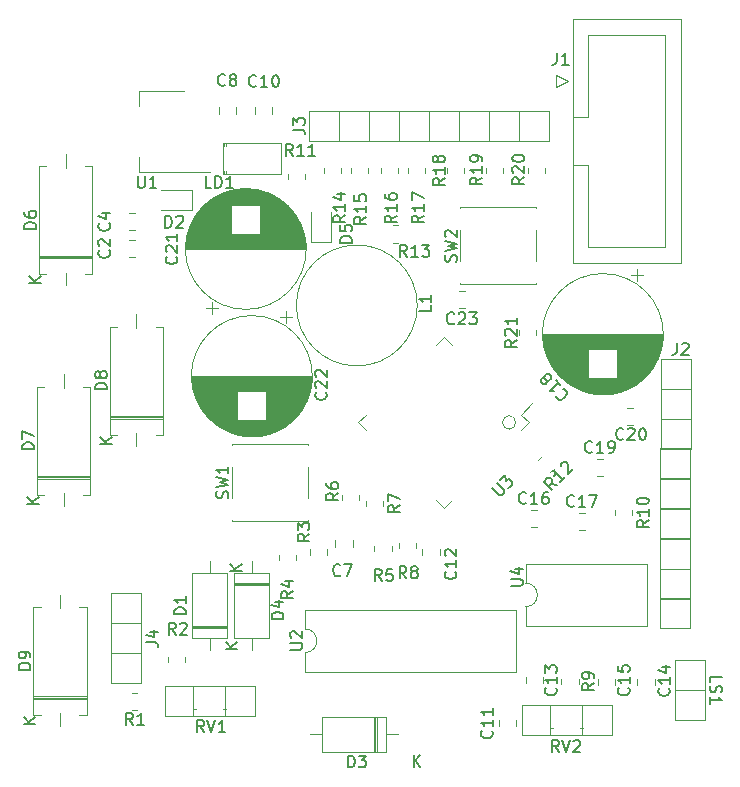
<source format=gto>
%TF.GenerationSoftware,KiCad,Pcbnew,(6.0.4)*%
%TF.CreationDate,2022-04-19T13:44:17-07:00*%
%TF.ProjectId,stm32f091_project_condensed_v02_afterchange,73746d33-3266-4303-9931-5f70726f6a65,v01*%
%TF.SameCoordinates,Original*%
%TF.FileFunction,Legend,Top*%
%TF.FilePolarity,Positive*%
%FSLAX46Y46*%
G04 Gerber Fmt 4.6, Leading zero omitted, Abs format (unit mm)*
G04 Created by KiCad (PCBNEW (6.0.4)) date 2022-04-19 13:44:17*
%MOMM*%
%LPD*%
G01*
G04 APERTURE LIST*
%ADD10C,0.120000*%
%ADD11C,0.150000*%
G04 APERTURE END LIST*
D10*
X126001620Y-116764760D02*
G75*
G03*
X126001620Y-116764760I-567961J0D01*
G01*
D11*
%TO.C,J3*%
X107120000Y-91968093D02*
X107834286Y-91968093D01*
X107977143Y-92015712D01*
X108072381Y-92110950D01*
X108120000Y-92253807D01*
X108120000Y-92349045D01*
X107120000Y-91587140D02*
X107120000Y-90968093D01*
X107500953Y-91301426D01*
X107500953Y-91158569D01*
X107548572Y-91063331D01*
X107596191Y-91015712D01*
X107691429Y-90968093D01*
X107929524Y-90968093D01*
X108024762Y-91015712D01*
X108072381Y-91063331D01*
X108120000Y-91158569D01*
X108120000Y-91444283D01*
X108072381Y-91539521D01*
X108024762Y-91587140D01*
%TO.C,C20*%
X135104762Y-118141902D02*
X135057143Y-118189521D01*
X134914286Y-118237140D01*
X134819048Y-118237140D01*
X134676191Y-118189521D01*
X134580953Y-118094283D01*
X134533334Y-117999045D01*
X134485715Y-117808569D01*
X134485715Y-117665712D01*
X134533334Y-117475236D01*
X134580953Y-117379998D01*
X134676191Y-117284760D01*
X134819048Y-117237140D01*
X134914286Y-117237140D01*
X135057143Y-117284760D01*
X135104762Y-117332379D01*
X135485715Y-117332379D02*
X135533334Y-117284760D01*
X135628572Y-117237140D01*
X135866667Y-117237140D01*
X135961905Y-117284760D01*
X136009524Y-117332379D01*
X136057143Y-117427617D01*
X136057143Y-117522855D01*
X136009524Y-117665712D01*
X135438096Y-118237140D01*
X136057143Y-118237140D01*
X136676191Y-117237140D02*
X136771429Y-117237140D01*
X136866667Y-117284760D01*
X136914286Y-117332379D01*
X136961905Y-117427617D01*
X137009524Y-117618093D01*
X137009524Y-117856188D01*
X136961905Y-118046664D01*
X136914286Y-118141902D01*
X136866667Y-118189521D01*
X136771429Y-118237140D01*
X136676191Y-118237140D01*
X136580953Y-118189521D01*
X136533334Y-118141902D01*
X136485715Y-118046664D01*
X136438096Y-117856188D01*
X136438096Y-117618093D01*
X136485715Y-117427617D01*
X136533334Y-117332379D01*
X136580953Y-117284760D01*
X136676191Y-117237140D01*
%TO.C,C18*%
X129984726Y-113936790D02*
X130052070Y-113936790D01*
X130186757Y-114004134D01*
X130254100Y-114071477D01*
X130321444Y-114206164D01*
X130321444Y-114340851D01*
X130287772Y-114441866D01*
X130186757Y-114610225D01*
X130085742Y-114711240D01*
X129917383Y-114812256D01*
X129816368Y-114845927D01*
X129681681Y-114845927D01*
X129546994Y-114778584D01*
X129479650Y-114711240D01*
X129412307Y-114576553D01*
X129412307Y-114509210D01*
X129378635Y-113196011D02*
X129782696Y-113600072D01*
X129580665Y-113398042D02*
X128873558Y-114105149D01*
X129041917Y-114071477D01*
X129176604Y-114071477D01*
X129277620Y-114105149D01*
X128570513Y-113196011D02*
X128604184Y-113297027D01*
X128604184Y-113364370D01*
X128570513Y-113465385D01*
X128536841Y-113499057D01*
X128435826Y-113532729D01*
X128368482Y-113532729D01*
X128267467Y-113499057D01*
X128132780Y-113364370D01*
X128099108Y-113263355D01*
X128099108Y-113196011D01*
X128132780Y-113094996D01*
X128166452Y-113061324D01*
X128267467Y-113027653D01*
X128334810Y-113027653D01*
X128435826Y-113061324D01*
X128570513Y-113196011D01*
X128671528Y-113229683D01*
X128738871Y-113229683D01*
X128839887Y-113196011D01*
X128974574Y-113061324D01*
X129008245Y-112960309D01*
X129008245Y-112892966D01*
X128974574Y-112791950D01*
X128839887Y-112657263D01*
X128738871Y-112623592D01*
X128671528Y-112623592D01*
X128570513Y-112657263D01*
X128435826Y-112791950D01*
X128402154Y-112892966D01*
X128402154Y-112960309D01*
X128435826Y-113061324D01*
%TO.C,R18*%
X119977000Y-96071617D02*
X119500810Y-96404950D01*
X119977000Y-96643045D02*
X118977000Y-96643045D01*
X118977000Y-96262093D01*
X119024620Y-96166855D01*
X119072239Y-96119236D01*
X119167477Y-96071617D01*
X119310334Y-96071617D01*
X119405572Y-96119236D01*
X119453191Y-96166855D01*
X119500810Y-96262093D01*
X119500810Y-96643045D01*
X119977000Y-95119236D02*
X119977000Y-95690664D01*
X119977000Y-95404950D02*
X118977000Y-95404950D01*
X119119858Y-95500188D01*
X119215096Y-95595426D01*
X119262715Y-95690664D01*
X119405572Y-94547807D02*
X119357953Y-94643045D01*
X119310334Y-94690664D01*
X119215096Y-94738283D01*
X119167477Y-94738283D01*
X119072239Y-94690664D01*
X119024620Y-94643045D01*
X118977000Y-94547807D01*
X118977000Y-94357331D01*
X119024620Y-94262093D01*
X119072239Y-94214474D01*
X119167477Y-94166855D01*
X119215096Y-94166855D01*
X119310334Y-94214474D01*
X119357953Y-94262093D01*
X119405572Y-94357331D01*
X119405572Y-94547807D01*
X119453191Y-94643045D01*
X119500810Y-94690664D01*
X119596048Y-94738283D01*
X119786524Y-94738283D01*
X119881762Y-94690664D01*
X119929381Y-94643045D01*
X119977000Y-94547807D01*
X119977000Y-94357331D01*
X119929381Y-94262093D01*
X119881762Y-94214474D01*
X119786524Y-94166855D01*
X119596048Y-94166855D01*
X119500810Y-94214474D01*
X119453191Y-94262093D01*
X119405572Y-94357331D01*
%TO.C,D3*%
X111793524Y-145967140D02*
X111793524Y-144967140D01*
X112031620Y-144967140D01*
X112174477Y-145014760D01*
X112269715Y-145109998D01*
X112317334Y-145205236D01*
X112364953Y-145395712D01*
X112364953Y-145538569D01*
X112317334Y-145729045D01*
X112269715Y-145824283D01*
X112174477Y-145919521D01*
X112031620Y-145967140D01*
X111793524Y-145967140D01*
X112698286Y-144967140D02*
X113317334Y-144967140D01*
X112984000Y-145348093D01*
X113126858Y-145348093D01*
X113222096Y-145395712D01*
X113269715Y-145443331D01*
X113317334Y-145538569D01*
X113317334Y-145776664D01*
X113269715Y-145871902D01*
X113222096Y-145919521D01*
X113126858Y-145967140D01*
X112841143Y-145967140D01*
X112745905Y-145919521D01*
X112698286Y-145871902D01*
X117349715Y-145911140D02*
X117349715Y-144911140D01*
X117921143Y-145911140D02*
X117492572Y-145339712D01*
X117921143Y-144911140D02*
X117349715Y-145482569D01*
%TO.C,U2*%
X106910000Y-135996664D02*
X107719524Y-135996664D01*
X107814762Y-135949045D01*
X107862381Y-135901426D01*
X107910000Y-135806188D01*
X107910000Y-135615712D01*
X107862381Y-135520474D01*
X107814762Y-135472855D01*
X107719524Y-135425236D01*
X106910000Y-135425236D01*
X107005239Y-134996664D02*
X106957620Y-134949045D01*
X106910000Y-134853807D01*
X106910000Y-134615712D01*
X106957620Y-134520474D01*
X107005239Y-134472855D01*
X107100477Y-134425236D01*
X107195715Y-134425236D01*
X107338572Y-134472855D01*
X107910000Y-135044283D01*
X107910000Y-134425236D01*
%TO.C,C15*%
X135538762Y-139230617D02*
X135586381Y-139278236D01*
X135634000Y-139421093D01*
X135634000Y-139516331D01*
X135586381Y-139659188D01*
X135491143Y-139754426D01*
X135395905Y-139802045D01*
X135205429Y-139849664D01*
X135062572Y-139849664D01*
X134872096Y-139802045D01*
X134776858Y-139754426D01*
X134681620Y-139659188D01*
X134634000Y-139516331D01*
X134634000Y-139421093D01*
X134681620Y-139278236D01*
X134729239Y-139230617D01*
X135634000Y-138278236D02*
X135634000Y-138849664D01*
X135634000Y-138563950D02*
X134634000Y-138563950D01*
X134776858Y-138659188D01*
X134872096Y-138754426D01*
X134919715Y-138849664D01*
X134634000Y-137373474D02*
X134634000Y-137849664D01*
X135110191Y-137897283D01*
X135062572Y-137849664D01*
X135014953Y-137754426D01*
X135014953Y-137516331D01*
X135062572Y-137421093D01*
X135110191Y-137373474D01*
X135205429Y-137325855D01*
X135443524Y-137325855D01*
X135538762Y-137373474D01*
X135586381Y-137421093D01*
X135634000Y-137516331D01*
X135634000Y-137754426D01*
X135586381Y-137849664D01*
X135538762Y-137897283D01*
%TO.C,C4*%
X91560762Y-99913426D02*
X91608381Y-99961045D01*
X91656000Y-100103902D01*
X91656000Y-100199140D01*
X91608381Y-100341998D01*
X91513143Y-100437236D01*
X91417905Y-100484855D01*
X91227429Y-100532474D01*
X91084572Y-100532474D01*
X90894096Y-100484855D01*
X90798858Y-100437236D01*
X90703620Y-100341998D01*
X90656000Y-100199140D01*
X90656000Y-100103902D01*
X90703620Y-99961045D01*
X90751239Y-99913426D01*
X90989334Y-99056283D02*
X91656000Y-99056283D01*
X90608381Y-99294379D02*
X91322667Y-99532474D01*
X91322667Y-98913426D01*
%TO.C,D5*%
X112120000Y-101532855D02*
X111120000Y-101532855D01*
X111120000Y-101294760D01*
X111167620Y-101151902D01*
X111262858Y-101056664D01*
X111358096Y-101009045D01*
X111548572Y-100961426D01*
X111691429Y-100961426D01*
X111881905Y-101009045D01*
X111977143Y-101056664D01*
X112072381Y-101151902D01*
X112120000Y-101294760D01*
X112120000Y-101532855D01*
X111120000Y-100056664D02*
X111120000Y-100532855D01*
X111596191Y-100580474D01*
X111548572Y-100532855D01*
X111500953Y-100437617D01*
X111500953Y-100199521D01*
X111548572Y-100104283D01*
X111596191Y-100056664D01*
X111691429Y-100009045D01*
X111929524Y-100009045D01*
X112024762Y-100056664D01*
X112072381Y-100104283D01*
X112120000Y-100199521D01*
X112120000Y-100437617D01*
X112072381Y-100532855D01*
X112024762Y-100580474D01*
%TO.C,C16*%
X126882762Y-123569902D02*
X126835143Y-123617521D01*
X126692286Y-123665140D01*
X126597048Y-123665140D01*
X126454191Y-123617521D01*
X126358953Y-123522283D01*
X126311334Y-123427045D01*
X126263715Y-123236569D01*
X126263715Y-123093712D01*
X126311334Y-122903236D01*
X126358953Y-122807998D01*
X126454191Y-122712760D01*
X126597048Y-122665140D01*
X126692286Y-122665140D01*
X126835143Y-122712760D01*
X126882762Y-122760379D01*
X127835143Y-123665140D02*
X127263715Y-123665140D01*
X127549429Y-123665140D02*
X127549429Y-122665140D01*
X127454191Y-122807998D01*
X127358953Y-122903236D01*
X127263715Y-122950855D01*
X128692286Y-122665140D02*
X128501810Y-122665140D01*
X128406572Y-122712760D01*
X128358953Y-122760379D01*
X128263715Y-122903236D01*
X128216096Y-123093712D01*
X128216096Y-123474664D01*
X128263715Y-123569902D01*
X128311334Y-123617521D01*
X128406572Y-123665140D01*
X128597048Y-123665140D01*
X128692286Y-123617521D01*
X128739905Y-123569902D01*
X128787524Y-123474664D01*
X128787524Y-123236569D01*
X128739905Y-123141331D01*
X128692286Y-123093712D01*
X128597048Y-123046093D01*
X128406572Y-123046093D01*
X128311334Y-123093712D01*
X128263715Y-123141331D01*
X128216096Y-123236569D01*
%TO.C,RV1*%
X99612381Y-142977140D02*
X99279048Y-142500950D01*
X99040953Y-142977140D02*
X99040953Y-141977140D01*
X99421905Y-141977140D01*
X99517143Y-142024760D01*
X99564762Y-142072379D01*
X99612381Y-142167617D01*
X99612381Y-142310474D01*
X99564762Y-142405712D01*
X99517143Y-142453331D01*
X99421905Y-142500950D01*
X99040953Y-142500950D01*
X99898096Y-141977140D02*
X100231429Y-142977140D01*
X100564762Y-141977140D01*
X101421905Y-142977140D02*
X100850477Y-142977140D01*
X101136191Y-142977140D02*
X101136191Y-141977140D01*
X101040953Y-142119998D01*
X100945715Y-142215236D01*
X100850477Y-142262855D01*
%TO.C,J4*%
X94720000Y-135386093D02*
X95434286Y-135386093D01*
X95577143Y-135433712D01*
X95672381Y-135528950D01*
X95720000Y-135671807D01*
X95720000Y-135767045D01*
X95053334Y-134481331D02*
X95720000Y-134481331D01*
X94672381Y-134719426D02*
X95386667Y-134957521D01*
X95386667Y-134338474D01*
%TO.C,C12*%
X120874762Y-129385617D02*
X120922381Y-129433236D01*
X120970000Y-129576093D01*
X120970000Y-129671331D01*
X120922381Y-129814188D01*
X120827143Y-129909426D01*
X120731905Y-129957045D01*
X120541429Y-130004664D01*
X120398572Y-130004664D01*
X120208096Y-129957045D01*
X120112858Y-129909426D01*
X120017620Y-129814188D01*
X119970000Y-129671331D01*
X119970000Y-129576093D01*
X120017620Y-129433236D01*
X120065239Y-129385617D01*
X120970000Y-128433236D02*
X120970000Y-129004664D01*
X120970000Y-128718950D02*
X119970000Y-128718950D01*
X120112858Y-128814188D01*
X120208096Y-128909426D01*
X120255715Y-129004664D01*
X120065239Y-128052283D02*
X120017620Y-128004664D01*
X119970000Y-127909426D01*
X119970000Y-127671331D01*
X120017620Y-127576093D01*
X120065239Y-127528474D01*
X120160477Y-127480855D01*
X120255715Y-127480855D01*
X120398572Y-127528474D01*
X120970000Y-128099902D01*
X120970000Y-127480855D01*
%TO.C,SW1*%
X101612381Y-123168093D02*
X101660000Y-123025236D01*
X101660000Y-122787140D01*
X101612381Y-122691902D01*
X101564762Y-122644283D01*
X101469524Y-122596664D01*
X101374286Y-122596664D01*
X101279048Y-122644283D01*
X101231429Y-122691902D01*
X101183810Y-122787140D01*
X101136191Y-122977617D01*
X101088572Y-123072855D01*
X101040953Y-123120474D01*
X100945715Y-123168093D01*
X100850477Y-123168093D01*
X100755239Y-123120474D01*
X100707620Y-123072855D01*
X100660000Y-122977617D01*
X100660000Y-122739521D01*
X100707620Y-122596664D01*
X100660000Y-122263331D02*
X101660000Y-122025236D01*
X100945715Y-121834760D01*
X101660000Y-121644283D01*
X100660000Y-121406188D01*
X101660000Y-120501426D02*
X101660000Y-121072855D01*
X101660000Y-120787140D02*
X100660000Y-120787140D01*
X100802858Y-120882379D01*
X100898096Y-120977617D01*
X100945715Y-121072855D01*
%TO.C,R3*%
X108520000Y-126199426D02*
X108043810Y-126532760D01*
X108520000Y-126770855D02*
X107520000Y-126770855D01*
X107520000Y-126389902D01*
X107567620Y-126294664D01*
X107615239Y-126247045D01*
X107710477Y-126199426D01*
X107853334Y-126199426D01*
X107948572Y-126247045D01*
X107996191Y-126294664D01*
X108043810Y-126389902D01*
X108043810Y-126770855D01*
X107520000Y-125866093D02*
X107520000Y-125247045D01*
X107900953Y-125580379D01*
X107900953Y-125437521D01*
X107948572Y-125342283D01*
X107996191Y-125294664D01*
X108091429Y-125247045D01*
X108329524Y-125247045D01*
X108424762Y-125294664D01*
X108472381Y-125342283D01*
X108520000Y-125437521D01*
X108520000Y-125723236D01*
X108472381Y-125818474D01*
X108424762Y-125866093D01*
%TO.C,100mH1*%
X118840000Y-106841426D02*
X118840000Y-107317617D01*
X117840000Y-107317617D01*
X118840000Y-105984283D02*
X118840000Y-106555712D01*
X118840000Y-106269998D02*
X117840000Y-106269998D01*
X117982858Y-106365236D01*
X118078096Y-106460474D01*
X118125715Y-106555712D01*
%TO.C,R4*%
X107130000Y-131071426D02*
X106653810Y-131404760D01*
X107130000Y-131642855D02*
X106130000Y-131642855D01*
X106130000Y-131261902D01*
X106177620Y-131166664D01*
X106225239Y-131119045D01*
X106320477Y-131071426D01*
X106463334Y-131071426D01*
X106558572Y-131119045D01*
X106606191Y-131166664D01*
X106653810Y-131261902D01*
X106653810Y-131642855D01*
X106463334Y-130214283D02*
X107130000Y-130214283D01*
X106082381Y-130452379D02*
X106796667Y-130690474D01*
X106796667Y-130071426D01*
%TO.C,D7*%
X85200000Y-119032855D02*
X84200000Y-119032855D01*
X84200000Y-118794760D01*
X84247620Y-118651902D01*
X84342858Y-118556664D01*
X84438096Y-118509045D01*
X84628572Y-118461426D01*
X84771429Y-118461426D01*
X84961905Y-118509045D01*
X85057143Y-118556664D01*
X85152381Y-118651902D01*
X85200000Y-118794760D01*
X85200000Y-119032855D01*
X84200000Y-118128093D02*
X84200000Y-117461426D01*
X85200000Y-117889998D01*
X85630000Y-123636664D02*
X84630000Y-123636664D01*
X85630000Y-123065236D02*
X85058572Y-123493807D01*
X84630000Y-123065236D02*
X85201429Y-123636664D01*
%TO.C,R8*%
X116740953Y-129947140D02*
X116407620Y-129470950D01*
X116169524Y-129947140D02*
X116169524Y-128947140D01*
X116550477Y-128947140D01*
X116645715Y-128994760D01*
X116693334Y-129042379D01*
X116740953Y-129137617D01*
X116740953Y-129280474D01*
X116693334Y-129375712D01*
X116645715Y-129423331D01*
X116550477Y-129470950D01*
X116169524Y-129470950D01*
X117312381Y-129375712D02*
X117217143Y-129328093D01*
X117169524Y-129280474D01*
X117121905Y-129185236D01*
X117121905Y-129137617D01*
X117169524Y-129042379D01*
X117217143Y-128994760D01*
X117312381Y-128947140D01*
X117502858Y-128947140D01*
X117598096Y-128994760D01*
X117645715Y-129042379D01*
X117693334Y-129137617D01*
X117693334Y-129185236D01*
X117645715Y-129280474D01*
X117598096Y-129328093D01*
X117502858Y-129375712D01*
X117312381Y-129375712D01*
X117217143Y-129423331D01*
X117169524Y-129470950D01*
X117121905Y-129566188D01*
X117121905Y-129756664D01*
X117169524Y-129851902D01*
X117217143Y-129899521D01*
X117312381Y-129947140D01*
X117502858Y-129947140D01*
X117598096Y-129899521D01*
X117645715Y-129851902D01*
X117693334Y-129756664D01*
X117693334Y-129566188D01*
X117645715Y-129470950D01*
X117598096Y-129423331D01*
X117502858Y-129375712D01*
%TO.C,LS1*%
X142464239Y-138761902D02*
X142464239Y-138285712D01*
X143464239Y-138285712D01*
X142511858Y-139047617D02*
X142464239Y-139190474D01*
X142464239Y-139428569D01*
X142511858Y-139523807D01*
X142559477Y-139571426D01*
X142654715Y-139619045D01*
X142749953Y-139619045D01*
X142845191Y-139571426D01*
X142892810Y-139523807D01*
X142940429Y-139428569D01*
X142988048Y-139238093D01*
X143035667Y-139142855D01*
X143083286Y-139095236D01*
X143178524Y-139047617D01*
X143273762Y-139047617D01*
X143369000Y-139095236D01*
X143416620Y-139142855D01*
X143464239Y-139238093D01*
X143464239Y-139476188D01*
X143416620Y-139619045D01*
X142464239Y-140571426D02*
X142464239Y-139999998D01*
X142464239Y-140285712D02*
X143464239Y-140285712D01*
X143321381Y-140190474D01*
X143226143Y-140095236D01*
X143178524Y-139999998D01*
%TO.C,SW2*%
X120942381Y-103138093D02*
X120990000Y-102995236D01*
X120990000Y-102757140D01*
X120942381Y-102661902D01*
X120894762Y-102614283D01*
X120799524Y-102566664D01*
X120704286Y-102566664D01*
X120609048Y-102614283D01*
X120561429Y-102661902D01*
X120513810Y-102757140D01*
X120466191Y-102947617D01*
X120418572Y-103042855D01*
X120370953Y-103090474D01*
X120275715Y-103138093D01*
X120180477Y-103138093D01*
X120085239Y-103090474D01*
X120037620Y-103042855D01*
X119990000Y-102947617D01*
X119990000Y-102709521D01*
X120037620Y-102566664D01*
X119990000Y-102233331D02*
X120990000Y-101995236D01*
X120275715Y-101804760D01*
X120990000Y-101614283D01*
X119990000Y-101376188D01*
X120085239Y-101042855D02*
X120037620Y-100995236D01*
X119990000Y-100899998D01*
X119990000Y-100661902D01*
X120037620Y-100566664D01*
X120085239Y-100519045D01*
X120180477Y-100471426D01*
X120275715Y-100471426D01*
X120418572Y-100519045D01*
X120990000Y-101090474D01*
X120990000Y-100471426D01*
%TO.C,R9*%
X132610000Y-138851426D02*
X132133810Y-139184760D01*
X132610000Y-139422855D02*
X131610000Y-139422855D01*
X131610000Y-139041902D01*
X131657620Y-138946664D01*
X131705239Y-138899045D01*
X131800477Y-138851426D01*
X131943334Y-138851426D01*
X132038572Y-138899045D01*
X132086191Y-138946664D01*
X132133810Y-139041902D01*
X132133810Y-139422855D01*
X132610000Y-138375236D02*
X132610000Y-138184760D01*
X132562381Y-138089521D01*
X132514762Y-138041902D01*
X132371905Y-137946664D01*
X132181429Y-137899045D01*
X131800477Y-137899045D01*
X131705239Y-137946664D01*
X131657620Y-137994283D01*
X131610000Y-138089521D01*
X131610000Y-138279998D01*
X131657620Y-138375236D01*
X131705239Y-138422855D01*
X131800477Y-138470474D01*
X132038572Y-138470474D01*
X132133810Y-138422855D01*
X132181429Y-138375236D01*
X132229048Y-138279998D01*
X132229048Y-138089521D01*
X132181429Y-137994283D01*
X132133810Y-137946664D01*
X132038572Y-137899045D01*
%TO.C,R5*%
X114640953Y-130177140D02*
X114307620Y-129700950D01*
X114069524Y-130177140D02*
X114069524Y-129177140D01*
X114450477Y-129177140D01*
X114545715Y-129224760D01*
X114593334Y-129272379D01*
X114640953Y-129367617D01*
X114640953Y-129510474D01*
X114593334Y-129605712D01*
X114545715Y-129653331D01*
X114450477Y-129700950D01*
X114069524Y-129700950D01*
X115545715Y-129177140D02*
X115069524Y-129177140D01*
X115021905Y-129653331D01*
X115069524Y-129605712D01*
X115164762Y-129558093D01*
X115402858Y-129558093D01*
X115498096Y-129605712D01*
X115545715Y-129653331D01*
X115593334Y-129748569D01*
X115593334Y-129986664D01*
X115545715Y-130081902D01*
X115498096Y-130129521D01*
X115402858Y-130177140D01*
X115164762Y-130177140D01*
X115069524Y-130129521D01*
X115021905Y-130081902D01*
%TO.C,D8*%
X91370000Y-113962855D02*
X90370000Y-113962855D01*
X90370000Y-113724760D01*
X90417620Y-113581902D01*
X90512858Y-113486664D01*
X90608096Y-113439045D01*
X90798572Y-113391426D01*
X90941429Y-113391426D01*
X91131905Y-113439045D01*
X91227143Y-113486664D01*
X91322381Y-113581902D01*
X91370000Y-113724760D01*
X91370000Y-113962855D01*
X90798572Y-112819998D02*
X90750953Y-112915236D01*
X90703334Y-112962855D01*
X90608096Y-113010474D01*
X90560477Y-113010474D01*
X90465239Y-112962855D01*
X90417620Y-112915236D01*
X90370000Y-112819998D01*
X90370000Y-112629521D01*
X90417620Y-112534283D01*
X90465239Y-112486664D01*
X90560477Y-112439045D01*
X90608096Y-112439045D01*
X90703334Y-112486664D01*
X90750953Y-112534283D01*
X90798572Y-112629521D01*
X90798572Y-112819998D01*
X90846191Y-112915236D01*
X90893810Y-112962855D01*
X90989048Y-113010474D01*
X91179524Y-113010474D01*
X91274762Y-112962855D01*
X91322381Y-112915236D01*
X91370000Y-112819998D01*
X91370000Y-112629521D01*
X91322381Y-112534283D01*
X91274762Y-112486664D01*
X91179524Y-112439045D01*
X90989048Y-112439045D01*
X90893810Y-112486664D01*
X90846191Y-112534283D01*
X90798572Y-112629521D01*
X91800000Y-118566664D02*
X90800000Y-118566664D01*
X91800000Y-117995236D02*
X91228572Y-118423807D01*
X90800000Y-117995236D02*
X91371429Y-118566664D01*
%TO.C,R11*%
X107114762Y-94187140D02*
X106781429Y-93710950D01*
X106543334Y-94187140D02*
X106543334Y-93187140D01*
X106924286Y-93187140D01*
X107019524Y-93234760D01*
X107067143Y-93282379D01*
X107114762Y-93377617D01*
X107114762Y-93520474D01*
X107067143Y-93615712D01*
X107019524Y-93663331D01*
X106924286Y-93710950D01*
X106543334Y-93710950D01*
X108067143Y-94187140D02*
X107495715Y-94187140D01*
X107781429Y-94187140D02*
X107781429Y-93187140D01*
X107686191Y-93329998D01*
X107590953Y-93425236D01*
X107495715Y-93472855D01*
X109019524Y-94187140D02*
X108448096Y-94187140D01*
X108733810Y-94187140D02*
X108733810Y-93187140D01*
X108638572Y-93329998D01*
X108543334Y-93425236D01*
X108448096Y-93472855D01*
%TO.C,C19*%
X132470762Y-119251902D02*
X132423143Y-119299521D01*
X132280286Y-119347140D01*
X132185048Y-119347140D01*
X132042191Y-119299521D01*
X131946953Y-119204283D01*
X131899334Y-119109045D01*
X131851715Y-118918569D01*
X131851715Y-118775712D01*
X131899334Y-118585236D01*
X131946953Y-118489998D01*
X132042191Y-118394760D01*
X132185048Y-118347140D01*
X132280286Y-118347140D01*
X132423143Y-118394760D01*
X132470762Y-118442379D01*
X133423143Y-119347140D02*
X132851715Y-119347140D01*
X133137429Y-119347140D02*
X133137429Y-118347140D01*
X133042191Y-118489998D01*
X132946953Y-118585236D01*
X132851715Y-118632855D01*
X133899334Y-119347140D02*
X134089810Y-119347140D01*
X134185048Y-119299521D01*
X134232667Y-119251902D01*
X134327905Y-119109045D01*
X134375524Y-118918569D01*
X134375524Y-118537617D01*
X134327905Y-118442379D01*
X134280286Y-118394760D01*
X134185048Y-118347140D01*
X133994572Y-118347140D01*
X133899334Y-118394760D01*
X133851715Y-118442379D01*
X133804096Y-118537617D01*
X133804096Y-118775712D01*
X133851715Y-118870950D01*
X133899334Y-118918569D01*
X133994572Y-118966188D01*
X134185048Y-118966188D01*
X134280286Y-118918569D01*
X134327905Y-118870950D01*
X134375524Y-118775712D01*
%TO.C,C11*%
X123954762Y-142877617D02*
X124002381Y-142925236D01*
X124050000Y-143068093D01*
X124050000Y-143163331D01*
X124002381Y-143306188D01*
X123907143Y-143401426D01*
X123811905Y-143449045D01*
X123621429Y-143496664D01*
X123478572Y-143496664D01*
X123288096Y-143449045D01*
X123192858Y-143401426D01*
X123097620Y-143306188D01*
X123050000Y-143163331D01*
X123050000Y-143068093D01*
X123097620Y-142925236D01*
X123145239Y-142877617D01*
X124050000Y-141925236D02*
X124050000Y-142496664D01*
X124050000Y-142210950D02*
X123050000Y-142210950D01*
X123192858Y-142306188D01*
X123288096Y-142401426D01*
X123335715Y-142496664D01*
X124050000Y-140972855D02*
X124050000Y-141544283D01*
X124050000Y-141258569D02*
X123050000Y-141258569D01*
X123192858Y-141353807D01*
X123288096Y-141449045D01*
X123335715Y-141544283D01*
%TO.C,U3*%
X124001646Y-122326282D02*
X124574066Y-122898702D01*
X124675081Y-122932374D01*
X124742425Y-122932374D01*
X124843440Y-122898702D01*
X124978127Y-122764015D01*
X125011799Y-122663000D01*
X125011799Y-122595656D01*
X124978127Y-122494641D01*
X124405707Y-121922221D01*
X124675081Y-121652847D02*
X125112814Y-121215115D01*
X125146486Y-121720191D01*
X125247501Y-121619176D01*
X125348516Y-121585504D01*
X125415860Y-121585504D01*
X125516875Y-121619176D01*
X125685234Y-121787534D01*
X125718906Y-121888550D01*
X125718906Y-121955893D01*
X125685234Y-122056908D01*
X125483203Y-122258939D01*
X125382188Y-122292611D01*
X125314845Y-122292611D01*
%TO.C,D1*%
X98076000Y-132996855D02*
X97076000Y-132996855D01*
X97076000Y-132758760D01*
X97123620Y-132615902D01*
X97218858Y-132520664D01*
X97314096Y-132473045D01*
X97504572Y-132425426D01*
X97647429Y-132425426D01*
X97837905Y-132473045D01*
X97933143Y-132520664D01*
X98028381Y-132615902D01*
X98076000Y-132758760D01*
X98076000Y-132996855D01*
X98076000Y-131473045D02*
X98076000Y-132044474D01*
X98076000Y-131758760D02*
X97076000Y-131758760D01*
X97218858Y-131853998D01*
X97314096Y-131949236D01*
X97361715Y-132044474D01*
X102430000Y-135916664D02*
X101430000Y-135916664D01*
X102430000Y-135345236D02*
X101858572Y-135773807D01*
X101430000Y-135345236D02*
X102001429Y-135916664D01*
%TO.C,R6*%
X110966000Y-122757426D02*
X110489810Y-123090760D01*
X110966000Y-123328855D02*
X109966000Y-123328855D01*
X109966000Y-122947902D01*
X110013620Y-122852664D01*
X110061239Y-122805045D01*
X110156477Y-122757426D01*
X110299334Y-122757426D01*
X110394572Y-122805045D01*
X110442191Y-122852664D01*
X110489810Y-122947902D01*
X110489810Y-123328855D01*
X109966000Y-121900283D02*
X109966000Y-122090760D01*
X110013620Y-122185998D01*
X110061239Y-122233617D01*
X110204096Y-122328855D01*
X110394572Y-122376474D01*
X110775524Y-122376474D01*
X110870762Y-122328855D01*
X110918381Y-122281236D01*
X110966000Y-122185998D01*
X110966000Y-121995521D01*
X110918381Y-121900283D01*
X110870762Y-121852664D01*
X110775524Y-121805045D01*
X110537429Y-121805045D01*
X110442191Y-121852664D01*
X110394572Y-121900283D01*
X110346953Y-121995521D01*
X110346953Y-122185998D01*
X110394572Y-122281236D01*
X110442191Y-122328855D01*
X110537429Y-122376474D01*
%TO.C,RV2*%
X129642381Y-144657140D02*
X129309048Y-144180950D01*
X129070953Y-144657140D02*
X129070953Y-143657140D01*
X129451905Y-143657140D01*
X129547143Y-143704760D01*
X129594762Y-143752379D01*
X129642381Y-143847617D01*
X129642381Y-143990474D01*
X129594762Y-144085712D01*
X129547143Y-144133331D01*
X129451905Y-144180950D01*
X129070953Y-144180950D01*
X129928096Y-143657140D02*
X130261429Y-144657140D01*
X130594762Y-143657140D01*
X130880477Y-143752379D02*
X130928096Y-143704760D01*
X131023334Y-143657140D01*
X131261429Y-143657140D01*
X131356667Y-143704760D01*
X131404286Y-143752379D01*
X131451905Y-143847617D01*
X131451905Y-143942855D01*
X131404286Y-144085712D01*
X130832858Y-144657140D01*
X131451905Y-144657140D01*
%TO.C,LD1*%
X100220953Y-96897140D02*
X99744762Y-96897140D01*
X99744762Y-95897140D01*
X100554286Y-96897140D02*
X100554286Y-95897140D01*
X100792381Y-95897140D01*
X100935239Y-95944760D01*
X101030477Y-96039998D01*
X101078096Y-96135236D01*
X101125715Y-96325712D01*
X101125715Y-96468569D01*
X101078096Y-96659045D01*
X101030477Y-96754283D01*
X100935239Y-96849521D01*
X100792381Y-96897140D01*
X100554286Y-96897140D01*
X102078096Y-96897140D02*
X101506667Y-96897140D01*
X101792381Y-96897140D02*
X101792381Y-95897140D01*
X101697143Y-96039998D01*
X101601905Y-96135236D01*
X101506667Y-96182855D01*
%TO.C,R19*%
X123150000Y-96027617D02*
X122673810Y-96360950D01*
X123150000Y-96599045D02*
X122150000Y-96599045D01*
X122150000Y-96218093D01*
X122197620Y-96122855D01*
X122245239Y-96075236D01*
X122340477Y-96027617D01*
X122483334Y-96027617D01*
X122578572Y-96075236D01*
X122626191Y-96122855D01*
X122673810Y-96218093D01*
X122673810Y-96599045D01*
X123150000Y-95075236D02*
X123150000Y-95646664D01*
X123150000Y-95360950D02*
X122150000Y-95360950D01*
X122292858Y-95456188D01*
X122388096Y-95551426D01*
X122435715Y-95646664D01*
X123150000Y-94599045D02*
X123150000Y-94408569D01*
X123102381Y-94313331D01*
X123054762Y-94265712D01*
X122911905Y-94170474D01*
X122721429Y-94122855D01*
X122340477Y-94122855D01*
X122245239Y-94170474D01*
X122197620Y-94218093D01*
X122150000Y-94313331D01*
X122150000Y-94503807D01*
X122197620Y-94599045D01*
X122245239Y-94646664D01*
X122340477Y-94694283D01*
X122578572Y-94694283D01*
X122673810Y-94646664D01*
X122721429Y-94599045D01*
X122769048Y-94503807D01*
X122769048Y-94313331D01*
X122721429Y-94218093D01*
X122673810Y-94170474D01*
X122578572Y-94122855D01*
%TO.C,C23*%
X120786762Y-108358902D02*
X120739143Y-108406521D01*
X120596286Y-108454140D01*
X120501048Y-108454140D01*
X120358191Y-108406521D01*
X120262953Y-108311283D01*
X120215334Y-108216045D01*
X120167715Y-108025569D01*
X120167715Y-107882712D01*
X120215334Y-107692236D01*
X120262953Y-107596998D01*
X120358191Y-107501760D01*
X120501048Y-107454140D01*
X120596286Y-107454140D01*
X120739143Y-107501760D01*
X120786762Y-107549379D01*
X121167715Y-107549379D02*
X121215334Y-107501760D01*
X121310572Y-107454140D01*
X121548667Y-107454140D01*
X121643905Y-107501760D01*
X121691524Y-107549379D01*
X121739143Y-107644617D01*
X121739143Y-107739855D01*
X121691524Y-107882712D01*
X121120096Y-108454140D01*
X121739143Y-108454140D01*
X122072477Y-107454140D02*
X122691524Y-107454140D01*
X122358191Y-107835093D01*
X122501048Y-107835093D01*
X122596286Y-107882712D01*
X122643905Y-107930331D01*
X122691524Y-108025569D01*
X122691524Y-108263664D01*
X122643905Y-108358902D01*
X122596286Y-108406521D01*
X122501048Y-108454140D01*
X122215334Y-108454140D01*
X122120096Y-108406521D01*
X122072477Y-108358902D01*
%TO.C,C2*%
X91560762Y-102199426D02*
X91608381Y-102247045D01*
X91656000Y-102389902D01*
X91656000Y-102485140D01*
X91608381Y-102627998D01*
X91513143Y-102723236D01*
X91417905Y-102770855D01*
X91227429Y-102818474D01*
X91084572Y-102818474D01*
X90894096Y-102770855D01*
X90798858Y-102723236D01*
X90703620Y-102627998D01*
X90656000Y-102485140D01*
X90656000Y-102389902D01*
X90703620Y-102247045D01*
X90751239Y-102199426D01*
X90751239Y-101818474D02*
X90703620Y-101770855D01*
X90656000Y-101675617D01*
X90656000Y-101437521D01*
X90703620Y-101342283D01*
X90751239Y-101294664D01*
X90846477Y-101247045D01*
X90941715Y-101247045D01*
X91084572Y-101294664D01*
X91656000Y-101866093D01*
X91656000Y-101247045D01*
%TO.C,R20*%
X126710000Y-96017617D02*
X126233810Y-96350950D01*
X126710000Y-96589045D02*
X125710000Y-96589045D01*
X125710000Y-96208093D01*
X125757620Y-96112855D01*
X125805239Y-96065236D01*
X125900477Y-96017617D01*
X126043334Y-96017617D01*
X126138572Y-96065236D01*
X126186191Y-96112855D01*
X126233810Y-96208093D01*
X126233810Y-96589045D01*
X125805239Y-95636664D02*
X125757620Y-95589045D01*
X125710000Y-95493807D01*
X125710000Y-95255712D01*
X125757620Y-95160474D01*
X125805239Y-95112855D01*
X125900477Y-95065236D01*
X125995715Y-95065236D01*
X126138572Y-95112855D01*
X126710000Y-95684283D01*
X126710000Y-95065236D01*
X125710000Y-94446188D02*
X125710000Y-94350950D01*
X125757620Y-94255712D01*
X125805239Y-94208093D01*
X125900477Y-94160474D01*
X126090953Y-94112855D01*
X126329048Y-94112855D01*
X126519524Y-94160474D01*
X126614762Y-94208093D01*
X126662381Y-94255712D01*
X126710000Y-94350950D01*
X126710000Y-94446188D01*
X126662381Y-94541426D01*
X126614762Y-94589045D01*
X126519524Y-94636664D01*
X126329048Y-94684283D01*
X126090953Y-94684283D01*
X125900477Y-94636664D01*
X125805239Y-94589045D01*
X125757620Y-94541426D01*
X125710000Y-94446188D01*
%TO.C,C22*%
X109914762Y-114217617D02*
X109962381Y-114265236D01*
X110010000Y-114408093D01*
X110010000Y-114503331D01*
X109962381Y-114646188D01*
X109867143Y-114741426D01*
X109771905Y-114789045D01*
X109581429Y-114836664D01*
X109438572Y-114836664D01*
X109248096Y-114789045D01*
X109152858Y-114741426D01*
X109057620Y-114646188D01*
X109010000Y-114503331D01*
X109010000Y-114408093D01*
X109057620Y-114265236D01*
X109105239Y-114217617D01*
X109105239Y-113836664D02*
X109057620Y-113789045D01*
X109010000Y-113693807D01*
X109010000Y-113455712D01*
X109057620Y-113360474D01*
X109105239Y-113312855D01*
X109200477Y-113265236D01*
X109295715Y-113265236D01*
X109438572Y-113312855D01*
X110010000Y-113884283D01*
X110010000Y-113265236D01*
X109105239Y-112884283D02*
X109057620Y-112836664D01*
X109010000Y-112741426D01*
X109010000Y-112503331D01*
X109057620Y-112408093D01*
X109105239Y-112360474D01*
X109200477Y-112312855D01*
X109295715Y-112312855D01*
X109438572Y-112360474D01*
X110010000Y-112931902D01*
X110010000Y-112312855D01*
%TO.C,U1*%
X93997715Y-95897140D02*
X93997715Y-96706664D01*
X94045334Y-96801902D01*
X94092953Y-96849521D01*
X94188191Y-96897140D01*
X94378667Y-96897140D01*
X94473905Y-96849521D01*
X94521524Y-96801902D01*
X94569143Y-96706664D01*
X94569143Y-95897140D01*
X95569143Y-96897140D02*
X94997715Y-96897140D01*
X95283429Y-96897140D02*
X95283429Y-95897140D01*
X95188191Y-96039998D01*
X95092953Y-96135236D01*
X94997715Y-96182855D01*
%TO.C,C21*%
X97248762Y-102715617D02*
X97296381Y-102763236D01*
X97344000Y-102906093D01*
X97344000Y-103001331D01*
X97296381Y-103144188D01*
X97201143Y-103239426D01*
X97105905Y-103287045D01*
X96915429Y-103334664D01*
X96772572Y-103334664D01*
X96582096Y-103287045D01*
X96486858Y-103239426D01*
X96391620Y-103144188D01*
X96344000Y-103001331D01*
X96344000Y-102906093D01*
X96391620Y-102763236D01*
X96439239Y-102715617D01*
X96439239Y-102334664D02*
X96391620Y-102287045D01*
X96344000Y-102191807D01*
X96344000Y-101953712D01*
X96391620Y-101858474D01*
X96439239Y-101810855D01*
X96534477Y-101763236D01*
X96629715Y-101763236D01*
X96772572Y-101810855D01*
X97344000Y-102382283D01*
X97344000Y-101763236D01*
X97344000Y-100810855D02*
X97344000Y-101382283D01*
X97344000Y-101096569D02*
X96344000Y-101096569D01*
X96486858Y-101191807D01*
X96582096Y-101287045D01*
X96629715Y-101382283D01*
%TO.C,C14*%
X138964762Y-139277617D02*
X139012381Y-139325236D01*
X139060000Y-139468093D01*
X139060000Y-139563331D01*
X139012381Y-139706188D01*
X138917143Y-139801426D01*
X138821905Y-139849045D01*
X138631429Y-139896664D01*
X138488572Y-139896664D01*
X138298096Y-139849045D01*
X138202858Y-139801426D01*
X138107620Y-139706188D01*
X138060000Y-139563331D01*
X138060000Y-139468093D01*
X138107620Y-139325236D01*
X138155239Y-139277617D01*
X139060000Y-138325236D02*
X139060000Y-138896664D01*
X139060000Y-138610950D02*
X138060000Y-138610950D01*
X138202858Y-138706188D01*
X138298096Y-138801426D01*
X138345715Y-138896664D01*
X138393334Y-137468093D02*
X139060000Y-137468093D01*
X138012381Y-137706188D02*
X138726667Y-137944283D01*
X138726667Y-137325236D01*
%TO.C,R1*%
X93576953Y-142363140D02*
X93243620Y-141886950D01*
X93005524Y-142363140D02*
X93005524Y-141363140D01*
X93386477Y-141363140D01*
X93481715Y-141410760D01*
X93529334Y-141458379D01*
X93576953Y-141553617D01*
X93576953Y-141696474D01*
X93529334Y-141791712D01*
X93481715Y-141839331D01*
X93386477Y-141886950D01*
X93005524Y-141886950D01*
X94529334Y-142363140D02*
X93957905Y-142363140D01*
X94243620Y-142363140D02*
X94243620Y-141363140D01*
X94148381Y-141505998D01*
X94053143Y-141601236D01*
X93957905Y-141648855D01*
%TO.C,C13*%
X129368762Y-139236617D02*
X129416381Y-139284236D01*
X129464000Y-139427093D01*
X129464000Y-139522331D01*
X129416381Y-139665188D01*
X129321143Y-139760426D01*
X129225905Y-139808045D01*
X129035429Y-139855664D01*
X128892572Y-139855664D01*
X128702096Y-139808045D01*
X128606858Y-139760426D01*
X128511620Y-139665188D01*
X128464000Y-139522331D01*
X128464000Y-139427093D01*
X128511620Y-139284236D01*
X128559239Y-139236617D01*
X129464000Y-138284236D02*
X129464000Y-138855664D01*
X129464000Y-138569950D02*
X128464000Y-138569950D01*
X128606858Y-138665188D01*
X128702096Y-138760426D01*
X128749715Y-138855664D01*
X128464000Y-137950902D02*
X128464000Y-137331855D01*
X128844953Y-137665188D01*
X128844953Y-137522331D01*
X128892572Y-137427093D01*
X128940191Y-137379474D01*
X129035429Y-137331855D01*
X129273524Y-137331855D01*
X129368762Y-137379474D01*
X129416381Y-137427093D01*
X129464000Y-137522331D01*
X129464000Y-137808045D01*
X129416381Y-137903283D01*
X129368762Y-137950902D01*
%TO.C,R21*%
X126073000Y-109787617D02*
X125596810Y-110120950D01*
X126073000Y-110359045D02*
X125073000Y-110359045D01*
X125073000Y-109978093D01*
X125120620Y-109882855D01*
X125168239Y-109835236D01*
X125263477Y-109787617D01*
X125406334Y-109787617D01*
X125501572Y-109835236D01*
X125549191Y-109882855D01*
X125596810Y-109978093D01*
X125596810Y-110359045D01*
X125168239Y-109406664D02*
X125120620Y-109359045D01*
X125073000Y-109263807D01*
X125073000Y-109025712D01*
X125120620Y-108930474D01*
X125168239Y-108882855D01*
X125263477Y-108835236D01*
X125358715Y-108835236D01*
X125501572Y-108882855D01*
X126073000Y-109454283D01*
X126073000Y-108835236D01*
X126073000Y-107882855D02*
X126073000Y-108454283D01*
X126073000Y-108168569D02*
X125073000Y-108168569D01*
X125215858Y-108263807D01*
X125311096Y-108359045D01*
X125358715Y-108454283D01*
%TO.C,C8*%
X101390953Y-88181902D02*
X101343334Y-88229521D01*
X101200477Y-88277140D01*
X101105239Y-88277140D01*
X100962381Y-88229521D01*
X100867143Y-88134283D01*
X100819524Y-88039045D01*
X100771905Y-87848569D01*
X100771905Y-87705712D01*
X100819524Y-87515236D01*
X100867143Y-87419998D01*
X100962381Y-87324760D01*
X101105239Y-87277140D01*
X101200477Y-87277140D01*
X101343334Y-87324760D01*
X101390953Y-87372379D01*
X101962381Y-87705712D02*
X101867143Y-87658093D01*
X101819524Y-87610474D01*
X101771905Y-87515236D01*
X101771905Y-87467617D01*
X101819524Y-87372379D01*
X101867143Y-87324760D01*
X101962381Y-87277140D01*
X102152858Y-87277140D01*
X102248096Y-87324760D01*
X102295715Y-87372379D01*
X102343334Y-87467617D01*
X102343334Y-87515236D01*
X102295715Y-87610474D01*
X102248096Y-87658093D01*
X102152858Y-87705712D01*
X101962381Y-87705712D01*
X101867143Y-87753331D01*
X101819524Y-87800950D01*
X101771905Y-87896188D01*
X101771905Y-88086664D01*
X101819524Y-88181902D01*
X101867143Y-88229521D01*
X101962381Y-88277140D01*
X102152858Y-88277140D01*
X102248096Y-88229521D01*
X102295715Y-88181902D01*
X102343334Y-88086664D01*
X102343334Y-87896188D01*
X102295715Y-87800950D01*
X102248096Y-87753331D01*
X102152858Y-87705712D01*
%TO.C,D9*%
X84900000Y-137692855D02*
X83900000Y-137692855D01*
X83900000Y-137454760D01*
X83947620Y-137311902D01*
X84042858Y-137216664D01*
X84138096Y-137169045D01*
X84328572Y-137121426D01*
X84471429Y-137121426D01*
X84661905Y-137169045D01*
X84757143Y-137216664D01*
X84852381Y-137311902D01*
X84900000Y-137454760D01*
X84900000Y-137692855D01*
X84900000Y-136645236D02*
X84900000Y-136454760D01*
X84852381Y-136359521D01*
X84804762Y-136311902D01*
X84661905Y-136216664D01*
X84471429Y-136169045D01*
X84090477Y-136169045D01*
X83995239Y-136216664D01*
X83947620Y-136264283D01*
X83900000Y-136359521D01*
X83900000Y-136549998D01*
X83947620Y-136645236D01*
X83995239Y-136692855D01*
X84090477Y-136740474D01*
X84328572Y-136740474D01*
X84423810Y-136692855D01*
X84471429Y-136645236D01*
X84519048Y-136549998D01*
X84519048Y-136359521D01*
X84471429Y-136264283D01*
X84423810Y-136216664D01*
X84328572Y-136169045D01*
X85330000Y-142296664D02*
X84330000Y-142296664D01*
X85330000Y-141725236D02*
X84758572Y-142153807D01*
X84330000Y-141725236D02*
X84901429Y-142296664D01*
%TO.C,D4*%
X106320000Y-133382855D02*
X105320000Y-133382855D01*
X105320000Y-133144760D01*
X105367620Y-133001902D01*
X105462858Y-132906664D01*
X105558096Y-132859045D01*
X105748572Y-132811426D01*
X105891429Y-132811426D01*
X106081905Y-132859045D01*
X106177143Y-132906664D01*
X106272381Y-133001902D01*
X106320000Y-133144760D01*
X106320000Y-133382855D01*
X105653334Y-131954283D02*
X106320000Y-131954283D01*
X105272381Y-132192379D02*
X105986667Y-132430474D01*
X105986667Y-131811426D01*
X102780000Y-129336664D02*
X101780000Y-129336664D01*
X102780000Y-128765236D02*
X102208572Y-129193807D01*
X101780000Y-128765236D02*
X102351429Y-129336664D01*
%TO.C,D2*%
X96307524Y-100271140D02*
X96307524Y-99271140D01*
X96545620Y-99271140D01*
X96688477Y-99318760D01*
X96783715Y-99413998D01*
X96831334Y-99509236D01*
X96878953Y-99699712D01*
X96878953Y-99842569D01*
X96831334Y-100033045D01*
X96783715Y-100128283D01*
X96688477Y-100223521D01*
X96545620Y-100271140D01*
X96307524Y-100271140D01*
X97259905Y-99366379D02*
X97307524Y-99318760D01*
X97402762Y-99271140D01*
X97640858Y-99271140D01*
X97736096Y-99318760D01*
X97783715Y-99366379D01*
X97831334Y-99461617D01*
X97831334Y-99556855D01*
X97783715Y-99699712D01*
X97212286Y-100271140D01*
X97831334Y-100271140D01*
%TO.C,R15*%
X113330000Y-99357617D02*
X112853810Y-99690950D01*
X113330000Y-99929045D02*
X112330000Y-99929045D01*
X112330000Y-99548093D01*
X112377620Y-99452855D01*
X112425239Y-99405236D01*
X112520477Y-99357617D01*
X112663334Y-99357617D01*
X112758572Y-99405236D01*
X112806191Y-99452855D01*
X112853810Y-99548093D01*
X112853810Y-99929045D01*
X113330000Y-98405236D02*
X113330000Y-98976664D01*
X113330000Y-98690950D02*
X112330000Y-98690950D01*
X112472858Y-98786188D01*
X112568096Y-98881426D01*
X112615715Y-98976664D01*
X112330000Y-97500474D02*
X112330000Y-97976664D01*
X112806191Y-98024283D01*
X112758572Y-97976664D01*
X112710953Y-97881426D01*
X112710953Y-97643331D01*
X112758572Y-97548093D01*
X112806191Y-97500474D01*
X112901429Y-97452855D01*
X113139524Y-97452855D01*
X113234762Y-97500474D01*
X113282381Y-97548093D01*
X113330000Y-97643331D01*
X113330000Y-97881426D01*
X113282381Y-97976664D01*
X113234762Y-98024283D01*
%TO.C,R16*%
X115913000Y-99246617D02*
X115436810Y-99579950D01*
X115913000Y-99818045D02*
X114913000Y-99818045D01*
X114913000Y-99437093D01*
X114960620Y-99341855D01*
X115008239Y-99294236D01*
X115103477Y-99246617D01*
X115246334Y-99246617D01*
X115341572Y-99294236D01*
X115389191Y-99341855D01*
X115436810Y-99437093D01*
X115436810Y-99818045D01*
X115913000Y-98294236D02*
X115913000Y-98865664D01*
X115913000Y-98579950D02*
X114913000Y-98579950D01*
X115055858Y-98675188D01*
X115151096Y-98770426D01*
X115198715Y-98865664D01*
X114913000Y-97437093D02*
X114913000Y-97627569D01*
X114960620Y-97722807D01*
X115008239Y-97770426D01*
X115151096Y-97865664D01*
X115341572Y-97913283D01*
X115722524Y-97913283D01*
X115817762Y-97865664D01*
X115865381Y-97818045D01*
X115913000Y-97722807D01*
X115913000Y-97532331D01*
X115865381Y-97437093D01*
X115817762Y-97389474D01*
X115722524Y-97341855D01*
X115484429Y-97341855D01*
X115389191Y-97389474D01*
X115341572Y-97437093D01*
X115293953Y-97532331D01*
X115293953Y-97722807D01*
X115341572Y-97818045D01*
X115389191Y-97865664D01*
X115484429Y-97913283D01*
%TO.C,R7*%
X116166000Y-123789426D02*
X115689810Y-124122760D01*
X116166000Y-124360855D02*
X115166000Y-124360855D01*
X115166000Y-123979902D01*
X115213620Y-123884664D01*
X115261239Y-123837045D01*
X115356477Y-123789426D01*
X115499334Y-123789426D01*
X115594572Y-123837045D01*
X115642191Y-123884664D01*
X115689810Y-123979902D01*
X115689810Y-124360855D01*
X115166000Y-123456093D02*
X115166000Y-122789426D01*
X116166000Y-123217998D01*
%TO.C,C17*%
X130946762Y-123823902D02*
X130899143Y-123871521D01*
X130756286Y-123919140D01*
X130661048Y-123919140D01*
X130518191Y-123871521D01*
X130422953Y-123776283D01*
X130375334Y-123681045D01*
X130327715Y-123490569D01*
X130327715Y-123347712D01*
X130375334Y-123157236D01*
X130422953Y-123061998D01*
X130518191Y-122966760D01*
X130661048Y-122919140D01*
X130756286Y-122919140D01*
X130899143Y-122966760D01*
X130946762Y-123014379D01*
X131899143Y-123919140D02*
X131327715Y-123919140D01*
X131613429Y-123919140D02*
X131613429Y-122919140D01*
X131518191Y-123061998D01*
X131422953Y-123157236D01*
X131327715Y-123204855D01*
X132232477Y-122919140D02*
X132899143Y-122919140D01*
X132470572Y-123919140D01*
%TO.C,U4*%
X125580000Y-130606664D02*
X126389524Y-130606664D01*
X126484762Y-130559045D01*
X126532381Y-130511426D01*
X126580000Y-130416188D01*
X126580000Y-130225712D01*
X126532381Y-130130474D01*
X126484762Y-130082855D01*
X126389524Y-130035236D01*
X125580000Y-130035236D01*
X125913334Y-129130474D02*
X126580000Y-129130474D01*
X125532381Y-129368569D02*
X126246667Y-129606664D01*
X126246667Y-128987617D01*
%TO.C,R10*%
X137248000Y-125027617D02*
X136771810Y-125360950D01*
X137248000Y-125599045D02*
X136248000Y-125599045D01*
X136248000Y-125218093D01*
X136295620Y-125122855D01*
X136343239Y-125075236D01*
X136438477Y-125027617D01*
X136581334Y-125027617D01*
X136676572Y-125075236D01*
X136724191Y-125122855D01*
X136771810Y-125218093D01*
X136771810Y-125599045D01*
X137248000Y-124075236D02*
X137248000Y-124646664D01*
X137248000Y-124360950D02*
X136248000Y-124360950D01*
X136390858Y-124456188D01*
X136486096Y-124551426D01*
X136533715Y-124646664D01*
X136248000Y-123456188D02*
X136248000Y-123360950D01*
X136295620Y-123265712D01*
X136343239Y-123218093D01*
X136438477Y-123170474D01*
X136628953Y-123122855D01*
X136867048Y-123122855D01*
X137057524Y-123170474D01*
X137152762Y-123218093D01*
X137200381Y-123265712D01*
X137248000Y-123360950D01*
X137248000Y-123456188D01*
X137200381Y-123551426D01*
X137152762Y-123599045D01*
X137057524Y-123646664D01*
X136867048Y-123694283D01*
X136628953Y-123694283D01*
X136438477Y-123646664D01*
X136343239Y-123599045D01*
X136295620Y-123551426D01*
X136248000Y-123456188D01*
%TO.C,R17*%
X118199000Y-99246617D02*
X117722810Y-99579950D01*
X118199000Y-99818045D02*
X117199000Y-99818045D01*
X117199000Y-99437093D01*
X117246620Y-99341855D01*
X117294239Y-99294236D01*
X117389477Y-99246617D01*
X117532334Y-99246617D01*
X117627572Y-99294236D01*
X117675191Y-99341855D01*
X117722810Y-99437093D01*
X117722810Y-99818045D01*
X118199000Y-98294236D02*
X118199000Y-98865664D01*
X118199000Y-98579950D02*
X117199000Y-98579950D01*
X117341858Y-98675188D01*
X117437096Y-98770426D01*
X117484715Y-98865664D01*
X117199000Y-97960902D02*
X117199000Y-97294236D01*
X118199000Y-97722807D01*
%TO.C,R13*%
X116784762Y-102727140D02*
X116451429Y-102250950D01*
X116213334Y-102727140D02*
X116213334Y-101727140D01*
X116594286Y-101727140D01*
X116689524Y-101774760D01*
X116737143Y-101822379D01*
X116784762Y-101917617D01*
X116784762Y-102060474D01*
X116737143Y-102155712D01*
X116689524Y-102203331D01*
X116594286Y-102250950D01*
X116213334Y-102250950D01*
X117737143Y-102727140D02*
X117165715Y-102727140D01*
X117451429Y-102727140D02*
X117451429Y-101727140D01*
X117356191Y-101869998D01*
X117260953Y-101965236D01*
X117165715Y-102012855D01*
X118070477Y-101727140D02*
X118689524Y-101727140D01*
X118356191Y-102108093D01*
X118499048Y-102108093D01*
X118594286Y-102155712D01*
X118641905Y-102203331D01*
X118689524Y-102298569D01*
X118689524Y-102536664D01*
X118641905Y-102631902D01*
X118594286Y-102679521D01*
X118499048Y-102727140D01*
X118213334Y-102727140D01*
X118118096Y-102679521D01*
X118070477Y-102631902D01*
%TO.C,R14*%
X111560000Y-99227617D02*
X111083810Y-99560950D01*
X111560000Y-99799045D02*
X110560000Y-99799045D01*
X110560000Y-99418093D01*
X110607620Y-99322855D01*
X110655239Y-99275236D01*
X110750477Y-99227617D01*
X110893334Y-99227617D01*
X110988572Y-99275236D01*
X111036191Y-99322855D01*
X111083810Y-99418093D01*
X111083810Y-99799045D01*
X111560000Y-98275236D02*
X111560000Y-98846664D01*
X111560000Y-98560950D02*
X110560000Y-98560950D01*
X110702858Y-98656188D01*
X110798096Y-98751426D01*
X110845715Y-98846664D01*
X110893334Y-97418093D02*
X111560000Y-97418093D01*
X110512381Y-97656188D02*
X111226667Y-97894283D01*
X111226667Y-97275236D01*
%TO.C,D6*%
X85390000Y-100372855D02*
X84390000Y-100372855D01*
X84390000Y-100134760D01*
X84437620Y-99991902D01*
X84532858Y-99896664D01*
X84628096Y-99849045D01*
X84818572Y-99801426D01*
X84961429Y-99801426D01*
X85151905Y-99849045D01*
X85247143Y-99896664D01*
X85342381Y-99991902D01*
X85390000Y-100134760D01*
X85390000Y-100372855D01*
X84390000Y-98944283D02*
X84390000Y-99134760D01*
X84437620Y-99229998D01*
X84485239Y-99277617D01*
X84628096Y-99372855D01*
X84818572Y-99420474D01*
X85199524Y-99420474D01*
X85294762Y-99372855D01*
X85342381Y-99325236D01*
X85390000Y-99229998D01*
X85390000Y-99039521D01*
X85342381Y-98944283D01*
X85294762Y-98896664D01*
X85199524Y-98849045D01*
X84961429Y-98849045D01*
X84866191Y-98896664D01*
X84818572Y-98944283D01*
X84770953Y-99039521D01*
X84770953Y-99229998D01*
X84818572Y-99325236D01*
X84866191Y-99372855D01*
X84961429Y-99420474D01*
X85820000Y-104976664D02*
X84820000Y-104976664D01*
X85820000Y-104405236D02*
X85248572Y-104833807D01*
X84820000Y-104405236D02*
X85391429Y-104976664D01*
%TO.C,J2*%
X139638286Y-110055140D02*
X139638286Y-110769426D01*
X139590667Y-110912283D01*
X139495429Y-111007521D01*
X139352572Y-111055140D01*
X139257334Y-111055140D01*
X140066858Y-110150379D02*
X140114477Y-110102760D01*
X140209715Y-110055140D01*
X140447810Y-110055140D01*
X140543048Y-110102760D01*
X140590667Y-110150379D01*
X140638286Y-110245617D01*
X140638286Y-110340855D01*
X140590667Y-110483712D01*
X140019239Y-111055140D01*
X140638286Y-111055140D01*
%TO.C,J1*%
X129478286Y-85483140D02*
X129478286Y-86197426D01*
X129430667Y-86340283D01*
X129335429Y-86435521D01*
X129192572Y-86483140D01*
X129097334Y-86483140D01*
X130478286Y-86483140D02*
X129906858Y-86483140D01*
X130192572Y-86483140D02*
X130192572Y-85483140D01*
X130097334Y-85625998D01*
X130002096Y-85721236D01*
X129906858Y-85768855D01*
%TO.C,C7*%
X111140953Y-129681902D02*
X111093334Y-129729521D01*
X110950477Y-129777140D01*
X110855239Y-129777140D01*
X110712381Y-129729521D01*
X110617143Y-129634283D01*
X110569524Y-129539045D01*
X110521905Y-129348569D01*
X110521905Y-129205712D01*
X110569524Y-129015236D01*
X110617143Y-128919998D01*
X110712381Y-128824760D01*
X110855239Y-128777140D01*
X110950477Y-128777140D01*
X111093334Y-128824760D01*
X111140953Y-128872379D01*
X111474286Y-128777140D02*
X112140953Y-128777140D01*
X111712381Y-129777140D01*
%TO.C,R2*%
X97200953Y-134727140D02*
X96867620Y-134250950D01*
X96629524Y-134727140D02*
X96629524Y-133727140D01*
X97010477Y-133727140D01*
X97105715Y-133774760D01*
X97153334Y-133822379D01*
X97200953Y-133917617D01*
X97200953Y-134060474D01*
X97153334Y-134155712D01*
X97105715Y-134203331D01*
X97010477Y-134250950D01*
X96629524Y-134250950D01*
X97581905Y-133822379D02*
X97629524Y-133774760D01*
X97724762Y-133727140D01*
X97962858Y-133727140D01*
X98058096Y-133774760D01*
X98105715Y-133822379D01*
X98153334Y-133917617D01*
X98153334Y-134012855D01*
X98105715Y-134155712D01*
X97534286Y-134727140D01*
X98153334Y-134727140D01*
%TO.C,C10*%
X104024762Y-88261902D02*
X103977143Y-88309521D01*
X103834286Y-88357140D01*
X103739048Y-88357140D01*
X103596191Y-88309521D01*
X103500953Y-88214283D01*
X103453334Y-88119045D01*
X103405715Y-87928569D01*
X103405715Y-87785712D01*
X103453334Y-87595236D01*
X103500953Y-87499998D01*
X103596191Y-87404760D01*
X103739048Y-87357140D01*
X103834286Y-87357140D01*
X103977143Y-87404760D01*
X104024762Y-87452379D01*
X104977143Y-88357140D02*
X104405715Y-88357140D01*
X104691429Y-88357140D02*
X104691429Y-87357140D01*
X104596191Y-87499998D01*
X104500953Y-87595236D01*
X104405715Y-87642855D01*
X105596191Y-87357140D02*
X105691429Y-87357140D01*
X105786667Y-87404760D01*
X105834286Y-87452379D01*
X105881905Y-87547617D01*
X105929524Y-87738093D01*
X105929524Y-87976188D01*
X105881905Y-88166664D01*
X105834286Y-88261902D01*
X105786667Y-88309521D01*
X105691429Y-88357140D01*
X105596191Y-88357140D01*
X105500953Y-88309521D01*
X105453334Y-88261902D01*
X105405715Y-88166664D01*
X105358096Y-87976188D01*
X105358096Y-87738093D01*
X105405715Y-87547617D01*
X105453334Y-87452379D01*
X105500953Y-87404760D01*
X105596191Y-87357140D01*
%TO.C,R12*%
X129512932Y-122069210D02*
X128940513Y-121968195D01*
X129108871Y-122473271D02*
X128401765Y-121766164D01*
X128671139Y-121496790D01*
X128772154Y-121463118D01*
X128839497Y-121463118D01*
X128940513Y-121496790D01*
X129041528Y-121597805D01*
X129075200Y-121698821D01*
X129075200Y-121766164D01*
X129041528Y-121867179D01*
X128772154Y-122136553D01*
X130186368Y-121395775D02*
X129782307Y-121799836D01*
X129984337Y-121597805D02*
X129277230Y-120890698D01*
X129310902Y-121059057D01*
X129310902Y-121193744D01*
X129277230Y-121294760D01*
X129815978Y-120486637D02*
X129815978Y-120419294D01*
X129849650Y-120318279D01*
X130018009Y-120149920D01*
X130119024Y-120116248D01*
X130186368Y-120116248D01*
X130287383Y-120149920D01*
X130354726Y-120217263D01*
X130422070Y-120351950D01*
X130422070Y-121160072D01*
X130859803Y-120722340D01*
D10*
%TO.C,J3*%
X111027620Y-90394760D02*
X113567620Y-90394760D01*
X113567620Y-90394760D02*
X113567620Y-92934760D01*
X113567620Y-92934760D02*
X111027620Y-92934760D01*
X111027620Y-92934760D02*
X111027620Y-90394760D01*
X118647620Y-90394760D02*
X121187620Y-90394760D01*
X121187620Y-90394760D02*
X121187620Y-92934760D01*
X121187620Y-92934760D02*
X118647620Y-92934760D01*
X118647620Y-92934760D02*
X118647620Y-90394760D01*
X121187620Y-90394760D02*
X123727620Y-90394760D01*
X123727620Y-90394760D02*
X123727620Y-92934760D01*
X123727620Y-92934760D02*
X121187620Y-92934760D01*
X121187620Y-92934760D02*
X121187620Y-90394760D01*
X113567620Y-90394760D02*
X116107620Y-90394760D01*
X116107620Y-90394760D02*
X116107620Y-92934760D01*
X116107620Y-92934760D02*
X113567620Y-92934760D01*
X113567620Y-92934760D02*
X113567620Y-90394760D01*
X108487620Y-90394760D02*
X111027620Y-90394760D01*
X111027620Y-90394760D02*
X111027620Y-92934760D01*
X111027620Y-92934760D02*
X108487620Y-92934760D01*
X108487620Y-92934760D02*
X108487620Y-90394760D01*
X126267620Y-90394760D02*
X128807620Y-90394760D01*
X128807620Y-90394760D02*
X128807620Y-92934760D01*
X128807620Y-92934760D02*
X126267620Y-92934760D01*
X126267620Y-92934760D02*
X126267620Y-90394760D01*
X123727620Y-90394760D02*
X126267620Y-90394760D01*
X126267620Y-90394760D02*
X126267620Y-92934760D01*
X126267620Y-92934760D02*
X123727620Y-92934760D01*
X123727620Y-92934760D02*
X123727620Y-90394760D01*
X116107620Y-90394760D02*
X118647620Y-90394760D01*
X118647620Y-90394760D02*
X118647620Y-92934760D01*
X118647620Y-92934760D02*
X116107620Y-92934760D01*
X116107620Y-92934760D02*
X116107620Y-90394760D01*
%TO.C,C20*%
X135392368Y-116991760D02*
X135914872Y-116991760D01*
X135392368Y-115521760D02*
X135914872Y-115521760D01*
%TO.C,C18*%
X138421620Y-109797083D02*
X128313620Y-109797083D01*
X132126620Y-111718083D02*
X128905620Y-111718083D01*
X138446620Y-109397083D02*
X128288620Y-109397083D01*
X137829620Y-111718083D02*
X134608620Y-111718083D01*
X138417620Y-109837083D02*
X128317620Y-109837083D01*
X138364620Y-110198083D02*
X128370620Y-110198083D01*
X132126620Y-112798083D02*
X129688620Y-112798083D01*
X138285620Y-110558083D02*
X134608620Y-110558083D01*
X132126620Y-111678083D02*
X128884620Y-111678083D01*
X135732620Y-113798083D02*
X131002620Y-113798083D01*
X135213620Y-114038083D02*
X131521620Y-114038083D01*
X137871620Y-111638083D02*
X134608620Y-111638083D01*
X138041620Y-111278083D02*
X134608620Y-111278083D01*
X132126620Y-112518083D02*
X129442620Y-112518083D01*
X137046620Y-112798083D02*
X134608620Y-112798083D01*
X132126620Y-111798083D02*
X128950620Y-111798083D01*
X134877620Y-114158083D02*
X131857620Y-114158083D01*
X134229620Y-114318083D02*
X132505620Y-114318083D01*
X138349620Y-110278083D02*
X128385620Y-110278083D01*
X136012620Y-113638083D02*
X130722620Y-113638083D01*
X137007620Y-112838083D02*
X134608620Y-112838083D01*
X134745620Y-114198083D02*
X131989620Y-114198083D01*
X132126620Y-110758083D02*
X128505620Y-110758083D01*
X138178620Y-110918083D02*
X134608620Y-110918083D01*
X138314620Y-110438083D02*
X128420620Y-110438083D01*
X137477620Y-112278083D02*
X134608620Y-112278083D01*
X132126620Y-111078083D02*
X128613620Y-111078083D01*
X137191620Y-112638083D02*
X134608620Y-112638083D01*
X138447620Y-109277083D02*
X128287620Y-109277083D01*
X132126620Y-110878083D02*
X128543620Y-110878083D01*
X136473620Y-113318083D02*
X130261620Y-113318083D01*
X137970620Y-111438083D02*
X134608620Y-111438083D01*
X137505620Y-112238083D02*
X134608620Y-112238083D01*
X138191620Y-110878083D02*
X134608620Y-110878083D01*
X137714620Y-111918083D02*
X134608620Y-111918083D01*
X138274620Y-110598083D02*
X134608620Y-110598083D01*
X132126620Y-110598083D02*
X128460620Y-110598083D01*
X132126620Y-111958083D02*
X129044620Y-111958083D01*
X132126620Y-111838083D02*
X128972620Y-111838083D01*
X132126620Y-112078083D02*
X129120620Y-112078083D01*
X132126620Y-112998083D02*
X129889620Y-112998083D01*
X138437620Y-109597083D02*
X128297620Y-109597083D01*
X136242620Y-103797437D02*
X136242620Y-104797437D01*
X132126620Y-111918083D02*
X129020620Y-111918083D01*
X132126620Y-111878083D02*
X128996620Y-111878083D01*
X137356620Y-112438083D02*
X134608620Y-112438083D01*
X136076620Y-113598083D02*
X130658620Y-113598083D01*
X132126620Y-112878083D02*
X129766620Y-112878083D01*
X137912620Y-111558083D02*
X134608620Y-111558083D01*
X138090620Y-111158083D02*
X134608620Y-111158083D01*
X138295620Y-110518083D02*
X128439620Y-110518083D01*
X138135620Y-111038083D02*
X134608620Y-111038083D01*
X132126620Y-110918083D02*
X128556620Y-110918083D01*
X136197620Y-113518083D02*
X130537620Y-113518083D01*
X138397620Y-109998083D02*
X128337620Y-109998083D01*
X132126620Y-111438083D02*
X128764620Y-111438083D01*
X136968620Y-112878083D02*
X134608620Y-112878083D01*
X138341620Y-110318083D02*
X128393620Y-110318083D01*
X138432620Y-109677083D02*
X128302620Y-109677083D01*
X134997620Y-114118083D02*
X131737620Y-114118083D01*
X136803620Y-113038083D02*
X129931620Y-113038083D01*
X136367620Y-113398083D02*
X130367620Y-113398083D01*
X136421620Y-113358083D02*
X130313620Y-113358083D01*
X138447620Y-109357083D02*
X128287620Y-109357083D01*
X132126620Y-112358083D02*
X129317620Y-112358083D01*
X138371620Y-110158083D02*
X128363620Y-110158083D01*
X132126620Y-111638083D02*
X128863620Y-111638083D01*
X132126620Y-111558083D02*
X128822620Y-111558083D01*
X138332620Y-110358083D02*
X128402620Y-110358083D01*
X132126620Y-112918083D02*
X129806620Y-112918083D01*
X132126620Y-111518083D02*
X128803620Y-111518083D01*
X137931620Y-111518083D02*
X134608620Y-111518083D01*
X132126620Y-111998083D02*
X129069620Y-111998083D01*
X137588620Y-112118083D02*
X134608620Y-112118083D01*
X133966620Y-114358083D02*
X132768620Y-114358083D01*
X137447620Y-112318083D02*
X134608620Y-112318083D01*
X136759620Y-113078083D02*
X129975620Y-113078083D01*
X132126620Y-112638083D02*
X129543620Y-112638083D01*
X136573620Y-113238083D02*
X130161620Y-113238083D01*
X137417620Y-112358083D02*
X134608620Y-112358083D01*
X132126620Y-111198083D02*
X128660620Y-111198083D01*
X137225620Y-112598083D02*
X134608620Y-112598083D01*
X132126620Y-110958083D02*
X128570620Y-110958083D01*
X137156620Y-112678083D02*
X134608620Y-112678083D01*
X135576620Y-113878083D02*
X131158620Y-113878083D01*
X136928620Y-112918083D02*
X134608620Y-112918083D01*
X132126620Y-110838083D02*
X128530620Y-110838083D01*
X132126620Y-112958083D02*
X129847620Y-112958083D01*
X132126620Y-112718083D02*
X129614620Y-112718083D01*
X138442620Y-109517083D02*
X128292620Y-109517083D01*
X138105620Y-111118083D02*
X134608620Y-111118083D01*
X132126620Y-112158083D02*
X129173620Y-112158083D01*
X135404620Y-113958083D02*
X131330620Y-113958083D01*
X135492620Y-113918083D02*
X131242620Y-113918083D01*
X137259620Y-112558083D02*
X134608620Y-112558083D01*
X137784620Y-111798083D02*
X134608620Y-111798083D01*
X135946620Y-113678083D02*
X130788620Y-113678083D01*
X132126620Y-111158083D02*
X128644620Y-111158083D01*
X137640620Y-112038083D02*
X134608620Y-112038083D01*
X136714620Y-113118083D02*
X130020620Y-113118083D01*
X136887620Y-112958083D02*
X134608620Y-112958083D01*
X137988620Y-111398083D02*
X134608620Y-111398083D01*
X132126620Y-112598083D02*
X129509620Y-112598083D01*
X137083620Y-112758083D02*
X134608620Y-112758083D01*
X137850620Y-111678083D02*
X134608620Y-111678083D01*
X138264620Y-110638083D02*
X134608620Y-110638083D01*
X137387620Y-112398083D02*
X134608620Y-112398083D01*
X132126620Y-111118083D02*
X128629620Y-111118083D01*
X137324620Y-112478083D02*
X134608620Y-112478083D01*
X137561620Y-112158083D02*
X134608620Y-112158083D01*
X137951620Y-111478083D02*
X134608620Y-111478083D01*
X137292620Y-112518083D02*
X134608620Y-112518083D01*
X137665620Y-111998083D02*
X134608620Y-111998083D01*
X138121620Y-111078083D02*
X134608620Y-111078083D01*
X132126620Y-111398083D02*
X128746620Y-111398083D01*
X132126620Y-112278083D02*
X129257620Y-112278083D01*
X138407620Y-109917083D02*
X128327620Y-109917083D01*
X132126620Y-112558083D02*
X129475620Y-112558083D01*
X132126620Y-112118083D02*
X129146620Y-112118083D01*
X135311620Y-113998083D02*
X131423620Y-113998083D01*
X138357620Y-110238083D02*
X128377620Y-110238083D01*
X137738620Y-111878083D02*
X134608620Y-111878083D01*
X138391620Y-110038083D02*
X128343620Y-110038083D01*
X136256620Y-113478083D02*
X130478620Y-113478083D01*
X132126620Y-112678083D02*
X129578620Y-112678083D01*
X137120620Y-112718083D02*
X134608620Y-112718083D01*
X138444620Y-109477083D02*
X128290620Y-109477083D01*
X138435620Y-109637083D02*
X128299620Y-109637083D01*
X132126620Y-112238083D02*
X129229620Y-112238083D01*
X135109620Y-114078083D02*
X131625620Y-114078083D01*
X132126620Y-110638083D02*
X128470620Y-110638083D01*
X138024620Y-111318083D02*
X134608620Y-111318083D01*
X137533620Y-112198083D02*
X134608620Y-112198083D01*
X132126620Y-112398083D02*
X129347620Y-112398083D01*
X132126620Y-111238083D02*
X128677620Y-111238083D01*
X138447620Y-109317083D02*
X128287620Y-109317083D01*
X138006620Y-111358083D02*
X134608620Y-111358083D01*
X138402620Y-109957083D02*
X128332620Y-109957083D01*
X132126620Y-110798083D02*
X128517620Y-110798083D01*
X138378620Y-110118083D02*
X128356620Y-110118083D01*
X132126620Y-110558083D02*
X128449620Y-110558083D01*
X138445620Y-109437083D02*
X128289620Y-109437083D01*
X137892620Y-111598083D02*
X134608620Y-111598083D01*
X132126620Y-111478083D02*
X128783620Y-111478083D01*
X138429620Y-109717083D02*
X128305620Y-109717083D01*
X138305620Y-110478083D02*
X128429620Y-110478083D01*
X132126620Y-110678083D02*
X128482620Y-110678083D01*
X132126620Y-112758083D02*
X129651620Y-112758083D01*
X137762620Y-111838083D02*
X134608620Y-111838083D01*
X132126620Y-112038083D02*
X129094620Y-112038083D01*
X132126620Y-111318083D02*
X128710620Y-111318083D01*
X132126620Y-112438083D02*
X129378620Y-112438083D01*
X137614620Y-112078083D02*
X134608620Y-112078083D01*
X135806620Y-113758083D02*
X130928620Y-113758083D01*
X138217620Y-110798083D02*
X134608620Y-110798083D01*
X138323620Y-110398083D02*
X128411620Y-110398083D01*
X132126620Y-111038083D02*
X128599620Y-111038083D01*
X132126620Y-112838083D02*
X129727620Y-112838083D01*
X136523620Y-113278083D02*
X130211620Y-113278083D01*
X132126620Y-111278083D02*
X128693620Y-111278083D01*
X134429620Y-114278083D02*
X132305620Y-114278083D01*
X132126620Y-111758083D02*
X128927620Y-111758083D01*
X138385620Y-110078083D02*
X128349620Y-110078083D01*
X136621620Y-113198083D02*
X130113620Y-113198083D01*
X136668620Y-113158083D02*
X130066620Y-113158083D01*
X138204620Y-110838083D02*
X134608620Y-110838083D01*
X132126620Y-112478083D02*
X129410620Y-112478083D01*
X132126620Y-112198083D02*
X129201620Y-112198083D01*
X137807620Y-111758083D02*
X134608620Y-111758083D01*
X134597620Y-114238083D02*
X132137620Y-114238083D01*
X136312620Y-113438083D02*
X130422620Y-113438083D01*
X138241620Y-110718083D02*
X134608620Y-110718083D01*
X132126620Y-111358083D02*
X128728620Y-111358083D01*
X138425620Y-109757083D02*
X128309620Y-109757083D01*
X132126620Y-110718083D02*
X128493620Y-110718083D01*
X138150620Y-110998083D02*
X134608620Y-110998083D01*
X138229620Y-110758083D02*
X134608620Y-110758083D01*
X138164620Y-110958083D02*
X134608620Y-110958083D01*
X136845620Y-112998083D02*
X134608620Y-112998083D01*
X136742620Y-104297437D02*
X135742620Y-104297437D01*
X135877620Y-113718083D02*
X130857620Y-113718083D01*
X136137620Y-113558083D02*
X130597620Y-113558083D01*
X132126620Y-112318083D02*
X129287620Y-112318083D01*
X137690620Y-111958083D02*
X134608620Y-111958083D01*
X138074620Y-111198083D02*
X134608620Y-111198083D01*
X138412620Y-109877083D02*
X128322620Y-109877083D01*
X132126620Y-111598083D02*
X128842620Y-111598083D01*
X135656620Y-113838083D02*
X131078620Y-113838083D01*
X132126620Y-110998083D02*
X128584620Y-110998083D01*
X138057620Y-111238083D02*
X134608620Y-111238083D01*
X138440620Y-109557083D02*
X128294620Y-109557083D01*
X138252620Y-110678083D02*
X134608620Y-110678083D01*
X138487620Y-109277083D02*
G75*
G03*
X138487620Y-109277083I-5120000J0D01*
G01*
%TO.C,R18*%
X120186620Y-95655824D02*
X120186620Y-95201696D01*
X121656620Y-95655824D02*
X121656620Y-95201696D01*
%TO.C,D3*%
X114997620Y-141704760D02*
X109557620Y-141704760D01*
X114217620Y-144644760D02*
X114217620Y-141704760D01*
X114097620Y-144644760D02*
X114097620Y-141704760D01*
X109557620Y-144644760D02*
X114997620Y-144644760D01*
X114997620Y-144644760D02*
X114997620Y-141704760D01*
X113977620Y-144644760D02*
X113977620Y-141704760D01*
X116017620Y-143174760D02*
X114997620Y-143174760D01*
X109557620Y-141704760D02*
X109557620Y-144644760D01*
X108537620Y-143174760D02*
X109557620Y-143174760D01*
%TO.C,U2*%
X126047620Y-137904760D02*
X126047620Y-132604760D01*
X108147620Y-136254760D02*
X108147620Y-137904760D01*
X108147620Y-132604760D02*
X108147620Y-134254760D01*
X126047620Y-132604760D02*
X108147620Y-132604760D01*
X108147620Y-137904760D02*
X126047620Y-137904760D01*
X108147620Y-136254760D02*
G75*
G03*
X108147620Y-134254760I0J1000000D01*
G01*
%TO.C,C15*%
X134392620Y-138976012D02*
X134392620Y-138453508D01*
X132922620Y-138976012D02*
X132922620Y-138453508D01*
%TO.C,C4*%
X93750872Y-100481760D02*
X93228368Y-100481760D01*
X93750872Y-99011760D02*
X93228368Y-99011760D01*
%TO.C,D5*%
X110341620Y-101500760D02*
X110341620Y-98950760D01*
X108641620Y-101500760D02*
X108641620Y-98950760D01*
X108641620Y-101500760D02*
X110341620Y-101500760D01*
%TO.C,C16*%
X127264368Y-124157760D02*
X127786872Y-124157760D01*
X127264368Y-125627760D02*
X127786872Y-125627760D01*
%TO.C,RV1*%
X98937620Y-141016760D02*
X98708620Y-141016760D01*
X101478620Y-141016760D02*
X101248620Y-141016760D01*
X96283620Y-141656760D02*
X98708620Y-141656760D01*
X98708620Y-141656760D02*
X98708620Y-139116760D01*
X98708620Y-139116760D02*
X96283620Y-139116760D01*
X96283620Y-139116760D02*
X96283620Y-141656760D01*
X98708620Y-139116760D02*
X101363620Y-139116760D01*
X101363620Y-139116760D02*
X101363620Y-141656760D01*
X101363620Y-141656760D02*
X98708620Y-141656760D01*
X98708620Y-141656760D02*
X98708620Y-139116760D01*
X103903620Y-139116760D02*
X96283620Y-139116760D01*
X96283620Y-139116760D02*
X96283620Y-141656760D01*
X96283620Y-141656760D02*
X103903620Y-141656760D01*
X103903620Y-141656760D02*
X103903620Y-139116760D01*
%TO.C,J4*%
X94251620Y-136322760D02*
X91711620Y-136322760D01*
X91711620Y-136322760D02*
X91711620Y-138862760D01*
X91711620Y-138862760D02*
X94251620Y-138862760D01*
X94251620Y-138862760D02*
X94251620Y-136322760D01*
X94251620Y-133782760D02*
X91711620Y-133782760D01*
X91711620Y-133782760D02*
X91711620Y-136322760D01*
X91711620Y-136322760D02*
X94251620Y-136322760D01*
X94251620Y-136322760D02*
X94251620Y-133782760D01*
X94251620Y-131242760D02*
X91711620Y-131242760D01*
X91711620Y-131242760D02*
X91711620Y-133782760D01*
X91711620Y-133782760D02*
X94251620Y-133782760D01*
X94251620Y-133782760D02*
X94251620Y-131242760D01*
%TO.C,C12*%
X118102620Y-127463508D02*
X118102620Y-127986012D01*
X119572620Y-127463508D02*
X119572620Y-127986012D01*
%TO.C,SW1*%
X108403620Y-125074760D02*
X101943620Y-125074760D01*
X108403620Y-118614760D02*
X108403620Y-118644760D01*
X108403620Y-125044760D02*
X108403620Y-125074760D01*
X101943620Y-118614760D02*
X101943620Y-118644760D01*
X101943620Y-125074760D02*
X101943620Y-125044760D01*
X108403620Y-123144760D02*
X108403620Y-120544760D01*
X101943620Y-123144760D02*
X101943620Y-120544760D01*
X108403620Y-118614760D02*
X101943620Y-118614760D01*
%TO.C,R3*%
X110042620Y-127951824D02*
X110042620Y-127497696D01*
X108572620Y-127951824D02*
X108572620Y-127497696D01*
%TO.C,100mH1*%
X117659620Y-106858760D02*
G75*
G03*
X117659620Y-106858760I-5120000J0D01*
G01*
%TO.C,R4*%
X105962620Y-127967696D02*
X105962620Y-128421824D01*
X107432620Y-127967696D02*
X107432620Y-128421824D01*
%TO.C,D7*%
X89967620Y-122864760D02*
X89967620Y-113724760D01*
X87717620Y-122744760D02*
X87717620Y-123824760D01*
X89357620Y-122864760D02*
X89967620Y-122864760D01*
X87717620Y-113844760D02*
X87717620Y-112674760D01*
X85467620Y-121409760D02*
X89967620Y-121409760D01*
X85467620Y-122864760D02*
X85467620Y-113724760D01*
X85467620Y-121289760D02*
X89967620Y-121289760D01*
X85467620Y-121529760D02*
X89967620Y-121529760D01*
X86077620Y-122864760D02*
X85467620Y-122864760D01*
X85467620Y-113724760D02*
X86077620Y-113724760D01*
X89967620Y-113724760D02*
X89357620Y-113724760D01*
%TO.C,R8*%
X116092620Y-127411824D02*
X116092620Y-126957696D01*
X117562620Y-127411824D02*
X117562620Y-126957696D01*
%TO.C,LS1*%
X142027620Y-136864760D02*
X139487620Y-136864760D01*
X139487620Y-136864760D02*
X139487620Y-139404760D01*
X139487620Y-139404760D02*
X142027620Y-139404760D01*
X142027620Y-139404760D02*
X142027620Y-136864760D01*
X142027620Y-139404760D02*
X139487620Y-139404760D01*
X139487620Y-139404760D02*
X139487620Y-141944760D01*
X139487620Y-141944760D02*
X142027620Y-141944760D01*
X142027620Y-141944760D02*
X142027620Y-139404760D01*
%TO.C,SW2*%
X127707620Y-98548760D02*
X127707620Y-98578760D01*
X121247620Y-98578760D02*
X121247620Y-98548760D01*
X121247620Y-100478760D02*
X121247620Y-103078760D01*
X121247620Y-98548760D02*
X127707620Y-98548760D01*
X127707620Y-100478760D02*
X127707620Y-103078760D01*
X121247620Y-105008760D02*
X121247620Y-104978760D01*
X127707620Y-105008760D02*
X127707620Y-104978760D01*
X121247620Y-105008760D02*
X127707620Y-105008760D01*
%TO.C,R9*%
X131322620Y-138477696D02*
X131322620Y-138931824D01*
X129852620Y-138477696D02*
X129852620Y-138931824D01*
%TO.C,R5*%
X114022620Y-127197696D02*
X114022620Y-127651824D01*
X115492620Y-127197696D02*
X115492620Y-127651824D01*
%TO.C,D8*%
X96137620Y-117794760D02*
X96137620Y-108654760D01*
X93887620Y-117674760D02*
X93887620Y-118754760D01*
X95527620Y-117794760D02*
X96137620Y-117794760D01*
X93887620Y-108774760D02*
X93887620Y-107604760D01*
X91637620Y-116339760D02*
X96137620Y-116339760D01*
X91637620Y-117794760D02*
X91637620Y-108654760D01*
X91637620Y-116219760D02*
X96137620Y-116219760D01*
X91637620Y-116459760D02*
X96137620Y-116459760D01*
X92247620Y-117794760D02*
X91637620Y-117794760D01*
X91637620Y-108654760D02*
X92247620Y-108654760D01*
X96137620Y-108654760D02*
X95527620Y-108654760D01*
%TO.C,R11*%
X108194620Y-95709696D02*
X108194620Y-96163824D01*
X106724620Y-95709696D02*
X106724620Y-96163824D01*
%TO.C,C19*%
X132852368Y-119839760D02*
X133374872Y-119839760D01*
X132852368Y-121309760D02*
X133374872Y-121309760D01*
%TO.C,C11*%
X126012620Y-142496012D02*
X126012620Y-141973508D01*
X124542620Y-142496012D02*
X124542620Y-141973508D01*
%TO.C,U3*%
X120577371Y-123319640D02*
X119905620Y-123991391D01*
X126460500Y-116093009D02*
X127408023Y-115145485D01*
X112678989Y-116764760D02*
X113350740Y-117436511D01*
X113350740Y-116093009D02*
X112678989Y-116764760D01*
X127132251Y-116764760D02*
X126460500Y-116093009D01*
X119905620Y-123991391D02*
X119233869Y-123319640D01*
X119233869Y-110209880D02*
X119905620Y-109538129D01*
X126460500Y-117436511D02*
X127132251Y-116764760D01*
X119905620Y-109538129D02*
X120577371Y-110209880D01*
%TO.C,D1*%
X100093620Y-135998760D02*
X100093620Y-134978760D01*
X98623620Y-134198760D02*
X101563620Y-134198760D01*
X98623620Y-133958760D02*
X101563620Y-133958760D01*
X101563620Y-129538760D02*
X98623620Y-129538760D01*
X98623620Y-134978760D02*
X101563620Y-134978760D01*
X98623620Y-134078760D02*
X101563620Y-134078760D01*
X101563620Y-134978760D02*
X101563620Y-129538760D01*
X100093620Y-128518760D02*
X100093620Y-129538760D01*
X98623620Y-129538760D02*
X98623620Y-134978760D01*
%TO.C,R6*%
X112732620Y-123331824D02*
X112732620Y-122877696D01*
X111262620Y-123331824D02*
X111262620Y-122877696D01*
%TO.C,RV2*%
X131704620Y-142604260D02*
X131474620Y-142604260D01*
X129163620Y-142604260D02*
X128934620Y-142604260D01*
X128934620Y-140704260D02*
X131589620Y-140704260D01*
X131589620Y-140704260D02*
X131589620Y-143244260D01*
X131589620Y-143244260D02*
X128934620Y-143244260D01*
X128934620Y-143244260D02*
X128934620Y-140704260D01*
X134129620Y-140704260D02*
X126509620Y-140704260D01*
X126509620Y-140704260D02*
X126509620Y-143244260D01*
X126509620Y-143244260D02*
X134129620Y-143244260D01*
X134129620Y-143244260D02*
X134129620Y-140704260D01*
X126509620Y-143244260D02*
X128934620Y-143244260D01*
X128934620Y-143244260D02*
X128934620Y-140704260D01*
X128934620Y-140704260D02*
X126509620Y-140704260D01*
X126509620Y-140704260D02*
X126509620Y-143244260D01*
%TO.C,LD1*%
X106104620Y-93102760D02*
X106104620Y-95722760D01*
X101184620Y-93102760D02*
X106104620Y-93102760D01*
X101424620Y-93102760D02*
X101424620Y-93332760D01*
X101184620Y-95722760D02*
X106104620Y-95722760D01*
X101304620Y-95492760D02*
X101304620Y-95722760D01*
X101184620Y-93102760D02*
X101184620Y-95722760D01*
X101304620Y-93102760D02*
X101304620Y-93332760D01*
X101424620Y-95492760D02*
X101424620Y-95722760D01*
%TO.C,R19*%
X124958620Y-95655824D02*
X124958620Y-95201696D01*
X123488620Y-95655824D02*
X123488620Y-95201696D01*
%TO.C,C23*%
X121168368Y-105615760D02*
X121690872Y-105615760D01*
X121168368Y-107085760D02*
X121690872Y-107085760D01*
%TO.C,C2*%
X93750872Y-101297760D02*
X93228368Y-101297760D01*
X93750872Y-102767760D02*
X93228368Y-102767760D01*
%TO.C,R20*%
X128514620Y-95655824D02*
X128514620Y-95201696D01*
X127044620Y-95655824D02*
X127044620Y-95201696D01*
%TO.C,C22*%
X104248620Y-117914083D02*
X103050620Y-117914083D01*
X102408620Y-114674083D02*
X98911620Y-114674083D01*
X102408620Y-114834083D02*
X98975620Y-114834083D01*
X107996620Y-115474083D02*
X104890620Y-115474083D01*
X108679620Y-113554083D02*
X98619620Y-113554083D01*
X106755620Y-116874083D02*
X100543620Y-116874083D01*
X102408620Y-114914083D02*
X99010620Y-114914083D01*
X102408620Y-115114083D02*
X99104620Y-115114083D01*
X107507620Y-116154083D02*
X104890620Y-116154083D01*
X106479620Y-117074083D02*
X100819620Y-117074083D01*
X108534620Y-114234083D02*
X104890620Y-114234083D01*
X102408620Y-115234083D02*
X99166620Y-115234083D01*
X104711620Y-117834083D02*
X102587620Y-117834083D01*
X102408620Y-114154083D02*
X98742620Y-114154083D01*
X102408620Y-114554083D02*
X98866620Y-114554083D01*
X108270620Y-114954083D02*
X104890620Y-114954083D01*
X107729620Y-115874083D02*
X104890620Y-115874083D01*
X108711620Y-113273083D02*
X98587620Y-113273083D01*
X108660620Y-113674083D02*
X98638620Y-113674083D01*
X102408620Y-116354083D02*
X99970620Y-116354083D01*
X105593620Y-117554083D02*
X101705620Y-117554083D01*
X107669620Y-115954083D02*
X104890620Y-115954083D01*
X102408620Y-114314083D02*
X98787620Y-114314083D01*
X102408620Y-116434083D02*
X100048620Y-116434083D01*
X102408620Y-116394083D02*
X100009620Y-116394083D01*
X108726620Y-113033083D02*
X98572620Y-113033083D01*
X102408620Y-116234083D02*
X99860620Y-116234083D01*
X107169620Y-116514083D02*
X104890620Y-116514083D01*
X106703620Y-116914083D02*
X100595620Y-116914083D01*
X102408620Y-115634083D02*
X99402620Y-115634083D01*
X102408620Y-116274083D02*
X99896620Y-116274083D01*
X102408620Y-114394083D02*
X98812620Y-114394083D01*
X106358620Y-117154083D02*
X100940620Y-117154083D01*
X107024620Y-107853437D02*
X106024620Y-107853437D01*
X108722620Y-113113083D02*
X98576620Y-113113083D01*
X102408620Y-116154083D02*
X99791620Y-116154083D01*
X108417620Y-114594083D02*
X104890620Y-114594083D01*
X102408620Y-115314083D02*
X99209620Y-115314083D01*
X107127620Y-116554083D02*
X104890620Y-116554083D01*
X108132620Y-115234083D02*
X104890620Y-115234083D01*
X108556620Y-114154083D02*
X104890620Y-114154083D01*
X108727620Y-112993083D02*
X98571620Y-112993083D01*
X108567620Y-114114083D02*
X104890620Y-114114083D01*
X102408620Y-116514083D02*
X100129620Y-116514083D01*
X102408620Y-116034083D02*
X99692620Y-116034083D01*
X106903620Y-116754083D02*
X100395620Y-116754083D01*
X102408620Y-114874083D02*
X98992620Y-114874083D01*
X107438620Y-116234083D02*
X104890620Y-116234083D01*
X108339620Y-114794083D02*
X104890620Y-114794083D01*
X108729620Y-112833083D02*
X98569620Y-112833083D01*
X107972620Y-115514083D02*
X104890620Y-115514083D01*
X108707620Y-113313083D02*
X98591620Y-113313083D01*
X108432620Y-114554083D02*
X104890620Y-114554083D01*
X102408620Y-115714083D02*
X99455620Y-115714083D01*
X106524620Y-107353437D02*
X106524620Y-108353437D01*
X108639620Y-113794083D02*
X98659620Y-113794083D01*
X108403620Y-114634083D02*
X104890620Y-114634083D01*
X108689620Y-113473083D02*
X98609620Y-113473083D01*
X102408620Y-114194083D02*
X98752620Y-114194083D01*
X105279620Y-117674083D02*
X102019620Y-117674083D01*
X106228620Y-117234083D02*
X101070620Y-117234083D01*
X102408620Y-115474083D02*
X99302620Y-115474083D01*
X108446620Y-114514083D02*
X104890620Y-114514083D01*
X102408620Y-115274083D02*
X99187620Y-115274083D01*
X105391620Y-117634083D02*
X101907620Y-117634083D01*
X107574620Y-116074083D02*
X104890620Y-116074083D01*
X107843620Y-115714083D02*
X104890620Y-115714083D01*
X108694620Y-113433083D02*
X98604620Y-113433083D01*
X108546620Y-114194083D02*
X104890620Y-114194083D01*
X108020620Y-115434083D02*
X104890620Y-115434083D01*
X106855620Y-116794083D02*
X100443620Y-116794083D01*
X102408620Y-115954083D02*
X99629620Y-115954083D01*
X102408620Y-114354083D02*
X98799620Y-114354083D01*
X102408620Y-114794083D02*
X98959620Y-114794083D01*
X107041620Y-116634083D02*
X100257620Y-116634083D01*
X108596620Y-113994083D02*
X98702620Y-113994083D01*
X108614620Y-113914083D02*
X98684620Y-113914083D01*
X106950620Y-116714083D02*
X100348620Y-116714083D01*
X108306620Y-114874083D02*
X104890620Y-114874083D01*
X102408620Y-114114083D02*
X98731620Y-114114083D01*
X106805620Y-116834083D02*
X100493620Y-116834083D01*
X102408620Y-116474083D02*
X100088620Y-116474083D01*
X108653620Y-113714083D02*
X98645620Y-113714083D01*
X107787620Y-115794083D02*
X104890620Y-115794083D01*
X102408620Y-115794083D02*
X99511620Y-115794083D01*
X107402620Y-116274083D02*
X104890620Y-116274083D01*
X108111620Y-115274083D02*
X104890620Y-115274083D01*
X102408620Y-114274083D02*
X98775620Y-114274083D01*
X102408620Y-116194083D02*
X99825620Y-116194083D01*
X108587620Y-114034083D02*
X98711620Y-114034083D01*
X108719620Y-113153083D02*
X98579620Y-113153083D01*
X102408620Y-115354083D02*
X99232620Y-115354083D01*
X102408620Y-115434083D02*
X99278620Y-115434083D01*
X102408620Y-114714083D02*
X98926620Y-114714083D01*
X102408620Y-114954083D02*
X99028620Y-114954083D01*
X102408620Y-114474083D02*
X98838620Y-114474083D01*
X102408620Y-115154083D02*
X99124620Y-115154083D01*
X108387620Y-114674083D02*
X104890620Y-114674083D01*
X108699620Y-113393083D02*
X98599620Y-113393083D01*
X108213620Y-115074083D02*
X104890620Y-115074083D01*
X107699620Y-115914083D02*
X104890620Y-115914083D01*
X108323620Y-114834083D02*
X104890620Y-114834083D01*
X102408620Y-115554083D02*
X99351620Y-115554083D01*
X105686620Y-117514083D02*
X101612620Y-117514083D01*
X102408620Y-115074083D02*
X99085620Y-115074083D01*
X108684620Y-113513083D02*
X98614620Y-113513083D01*
X107473620Y-116194083D02*
X104890620Y-116194083D01*
X107759620Y-115834083D02*
X104890620Y-115834083D01*
X107250620Y-116434083D02*
X104890620Y-116434083D01*
X102408620Y-115874083D02*
X99569620Y-115874083D01*
X102408620Y-115194083D02*
X99145620Y-115194083D01*
X107328620Y-116354083D02*
X104890620Y-116354083D01*
X108631620Y-113834083D02*
X98667620Y-113834083D01*
X107085620Y-116594083D02*
X100213620Y-116594083D01*
X107289620Y-116394083D02*
X104890620Y-116394083D01*
X108717620Y-113193083D02*
X98581620Y-113193083D01*
X106159620Y-117274083D02*
X101139620Y-117274083D01*
X107541620Y-116114083D02*
X104890620Y-116114083D01*
X108066620Y-115354083D02*
X104890620Y-115354083D01*
X108714620Y-113233083D02*
X98584620Y-113233083D01*
X106996620Y-116674083D02*
X100302620Y-116674083D01*
X105938620Y-117394083D02*
X101360620Y-117394083D01*
X108623620Y-113874083D02*
X98675620Y-113874083D01*
X108667620Y-113634083D02*
X98631620Y-113634083D01*
X106594620Y-116994083D02*
X100704620Y-116994083D01*
X106419620Y-117114083D02*
X100879620Y-117114083D01*
X102408620Y-115394083D02*
X99254620Y-115394083D01*
X102408620Y-115514083D02*
X99326620Y-115514083D01*
X108252620Y-114994083D02*
X104890620Y-114994083D01*
X107947620Y-115554083D02*
X104890620Y-115554083D01*
X102408620Y-114594083D02*
X98881620Y-114594083D01*
X108728620Y-112953083D02*
X98570620Y-112953083D01*
X108729620Y-112913083D02*
X98569620Y-112913083D01*
X106294620Y-117194083D02*
X101004620Y-117194083D01*
X108729620Y-112873083D02*
X98569620Y-112873083D01*
X105027620Y-117754083D02*
X102271620Y-117754083D01*
X108460620Y-114474083D02*
X104890620Y-114474083D01*
X102408620Y-114994083D02*
X99046620Y-114994083D01*
X108372620Y-114714083D02*
X104890620Y-114714083D01*
X102408620Y-114514083D02*
X98852620Y-114514083D01*
X102408620Y-115594083D02*
X99376620Y-115594083D01*
X108089620Y-115314083D02*
X104890620Y-115314083D01*
X108605620Y-113954083D02*
X98693620Y-113954083D01*
X108523620Y-114274083D02*
X104890620Y-114274083D01*
X108724620Y-113073083D02*
X98574620Y-113073083D01*
X108486620Y-114394083D02*
X104890620Y-114394083D01*
X102408620Y-116114083D02*
X99757620Y-116114083D01*
X104879620Y-117794083D02*
X102419620Y-117794083D01*
X106014620Y-117354083D02*
X101284620Y-117354083D01*
X108288620Y-114914083D02*
X104890620Y-114914083D01*
X102408620Y-115754083D02*
X99483620Y-115754083D01*
X108703620Y-113353083D02*
X98595620Y-113353083D01*
X102408620Y-115034083D02*
X99065620Y-115034083D01*
X105858620Y-117434083D02*
X101440620Y-117434083D01*
X106088620Y-117314083D02*
X101210620Y-117314083D01*
X102408620Y-115674083D02*
X99428620Y-115674083D01*
X107606620Y-116034083D02*
X104890620Y-116034083D01*
X104511620Y-117874083D02*
X102787620Y-117874083D01*
X108511620Y-114314083D02*
X104890620Y-114314083D01*
X108646620Y-113754083D02*
X98652620Y-113754083D01*
X105774620Y-117474083D02*
X101524620Y-117474083D01*
X108194620Y-115114083D02*
X104890620Y-115114083D01*
X108233620Y-115034083D02*
X104890620Y-115034083D01*
X108174620Y-115154083D02*
X104890620Y-115154083D01*
X102408620Y-115994083D02*
X99660620Y-115994083D01*
X106538620Y-117034083D02*
X100760620Y-117034083D01*
X102408620Y-115914083D02*
X99599620Y-115914083D01*
X108044620Y-115394083D02*
X104890620Y-115394083D01*
X106649620Y-116954083D02*
X100649620Y-116954083D01*
X107365620Y-116314083D02*
X104890620Y-116314083D01*
X102408620Y-114754083D02*
X98942620Y-114754083D01*
X102408620Y-114634083D02*
X98895620Y-114634083D01*
X102408620Y-114234083D02*
X98764620Y-114234083D01*
X107870620Y-115674083D02*
X104890620Y-115674083D01*
X102408620Y-115834083D02*
X99539620Y-115834083D01*
X108153620Y-115194083D02*
X104890620Y-115194083D01*
X108473620Y-114434083D02*
X104890620Y-114434083D01*
X107210620Y-116474083D02*
X104890620Y-116474083D01*
X108356620Y-114754083D02*
X104890620Y-114754083D01*
X105495620Y-117594083D02*
X101803620Y-117594083D01*
X105159620Y-117714083D02*
X102139620Y-117714083D01*
X102408620Y-114434083D02*
X98825620Y-114434083D01*
X108577620Y-114074083D02*
X98721620Y-114074083D01*
X108499620Y-114354083D02*
X104890620Y-114354083D01*
X107896620Y-115634083D02*
X104890620Y-115634083D01*
X107922620Y-115594083D02*
X104890620Y-115594083D01*
X108673620Y-113594083D02*
X98625620Y-113594083D01*
X102408620Y-116554083D02*
X100171620Y-116554083D01*
X102408620Y-116314083D02*
X99933620Y-116314083D01*
X102408620Y-116074083D02*
X99724620Y-116074083D01*
X107638620Y-115994083D02*
X104890620Y-115994083D01*
X107815620Y-115754083D02*
X104890620Y-115754083D01*
X108769620Y-112833083D02*
G75*
G03*
X108769620Y-112833083I-5120000J0D01*
G01*
%TO.C,U1*%
X94119620Y-88716760D02*
X94119620Y-89976760D01*
X97879620Y-88716760D02*
X94119620Y-88716760D01*
X94119620Y-95536760D02*
X94119620Y-94276760D01*
X100129620Y-95536760D02*
X94119620Y-95536760D01*
%TO.C,C21*%
X104382620Y-99231760D02*
X107362620Y-99231760D01*
X104382620Y-98511760D02*
X106781620Y-98511760D01*
X98096620Y-101472760D02*
X108186620Y-101472760D01*
X98538620Y-99911760D02*
X101900620Y-99911760D01*
X102079620Y-97071760D02*
X104203620Y-97071760D01*
X104382620Y-99551760D02*
X107558620Y-99551760D01*
X98076620Y-101672760D02*
X108206620Y-101672760D01*
X98920620Y-99231760D02*
X101900620Y-99231760D01*
X98557620Y-99871760D02*
X101900620Y-99871760D01*
X104382620Y-98631760D02*
X106894620Y-98631760D01*
X99840620Y-98191760D02*
X106442620Y-98191760D01*
X98616620Y-99751760D02*
X101900620Y-99751760D01*
X98203620Y-100871760D02*
X108079620Y-100871760D01*
X98244620Y-100711760D02*
X101900620Y-100711760D01*
X98111620Y-101351760D02*
X108171620Y-101351760D01*
X100141620Y-97951760D02*
X106141620Y-97951760D01*
X104382620Y-99631760D02*
X107603620Y-99631760D01*
X98144620Y-101151760D02*
X108138620Y-101151760D01*
X99121620Y-98951760D02*
X101900620Y-98951760D01*
X98451620Y-100111760D02*
X101900620Y-100111760D01*
X104382620Y-99671760D02*
X107624620Y-99671760D01*
X101511620Y-97231760D02*
X104771620Y-97231760D01*
X98256620Y-100671760D02*
X101900620Y-100671760D01*
X98679620Y-99631760D02*
X101900620Y-99631760D01*
X99540620Y-98471760D02*
X101900620Y-98471760D01*
X101104620Y-97391760D02*
X105178620Y-97391760D01*
X98317620Y-100471760D02*
X101900620Y-100471760D01*
X104382620Y-99151760D02*
X107307620Y-99151760D01*
X104382620Y-99791760D02*
X107686620Y-99791760D01*
X104382620Y-99591760D02*
X107581620Y-99591760D01*
X98176620Y-100991760D02*
X108106620Y-100991760D01*
X98213620Y-100831760D02*
X108069620Y-100831760D01*
X99091620Y-98991760D02*
X101900620Y-98991760D01*
X104382620Y-98351760D02*
X106619620Y-98351760D01*
X98484620Y-100031760D02*
X101900620Y-100031760D01*
X104382620Y-100551760D02*
X107991620Y-100551760D01*
X99283620Y-98751760D02*
X101900620Y-98751760D01*
X104382620Y-100591760D02*
X108003620Y-100591760D01*
X98061620Y-102032760D02*
X108221620Y-102032760D01*
X98291620Y-100551760D02*
X101900620Y-100551760D01*
X98223620Y-100791760D02*
X101900620Y-100791760D01*
X104382620Y-100631760D02*
X108015620Y-100631760D01*
X98061620Y-102072760D02*
X108221620Y-102072760D01*
X100562620Y-97671760D02*
X105720620Y-97671760D01*
X99031620Y-99071760D02*
X101900620Y-99071760D01*
X104382620Y-100071760D02*
X107815620Y-100071760D01*
X100252620Y-97871760D02*
X106030620Y-97871760D01*
X104382620Y-100711760D02*
X108038620Y-100711760D01*
X104382620Y-100431760D02*
X107952620Y-100431760D01*
X104382620Y-99751760D02*
X107666620Y-99751760D01*
X104382620Y-100471760D02*
X107965620Y-100471760D01*
X98596620Y-99791760D02*
X101900620Y-99791760D01*
X98106620Y-101392760D02*
X108176620Y-101392760D01*
X104382620Y-98871760D02*
X107098620Y-98871760D01*
X104382620Y-100751760D02*
X108048620Y-100751760D01*
X104382620Y-99031760D02*
X107221620Y-99031760D01*
X98083620Y-101592760D02*
X108199620Y-101592760D01*
X100196620Y-97911760D02*
X106086620Y-97911760D01*
X104382620Y-100031760D02*
X107798620Y-100031760D01*
X100776620Y-97551760D02*
X105506620Y-97551760D01*
X98068620Y-101792760D02*
X108214620Y-101792760D01*
X100702620Y-97591760D02*
X105580620Y-97591760D01*
X104382620Y-98711760D02*
X106965620Y-98711760D01*
X98701620Y-99591760D02*
X101900620Y-99591760D01*
X98746620Y-99511760D02*
X101900620Y-99511760D01*
X104382620Y-100791760D02*
X108059620Y-100791760D01*
X99887620Y-98151760D02*
X106395620Y-98151760D01*
X98947620Y-99191760D02*
X101900620Y-99191760D01*
X99935620Y-98111760D02*
X106347620Y-98111760D01*
X104382620Y-99991760D02*
X107780620Y-99991760D01*
X100496620Y-97711760D02*
X105786620Y-97711760D01*
X104382620Y-100271760D02*
X107895620Y-100271760D01*
X100432620Y-97751760D02*
X105850620Y-97751760D01*
X99216620Y-98831760D02*
X101900620Y-98831760D01*
X98091620Y-101512760D02*
X108191620Y-101512760D01*
X98868620Y-99311760D02*
X101900620Y-99311760D01*
X99462620Y-98551760D02*
X101900620Y-98551760D01*
X104382620Y-98591760D02*
X106857620Y-98591760D01*
X104382620Y-100311760D02*
X107909620Y-100311760D01*
X98975620Y-99151760D02*
X101900620Y-99151760D01*
X98577620Y-99831760D02*
X101900620Y-99831760D01*
X98467620Y-100071760D02*
X101900620Y-100071760D01*
X99705620Y-98311760D02*
X106577620Y-98311760D01*
X102542620Y-96991760D02*
X103740620Y-96991760D01*
X104382620Y-98951760D02*
X107161620Y-98951760D01*
X98137620Y-101191760D02*
X108145620Y-101191760D01*
X104382620Y-98751760D02*
X106999620Y-98751760D01*
X100266620Y-107552406D02*
X100266620Y-106552406D01*
X98637620Y-99711760D02*
X101900620Y-99711760D01*
X104382620Y-98431760D02*
X106702620Y-98431760D01*
X98087620Y-101552760D02*
X108195620Y-101552760D01*
X98770620Y-99471760D02*
X101900620Y-99471760D01*
X99061620Y-99031760D02*
X101900620Y-99031760D01*
X99184620Y-98871760D02*
X101900620Y-98871760D01*
X104382620Y-99511760D02*
X107536620Y-99511760D01*
X98061620Y-101992760D02*
X108221620Y-101992760D01*
X101911620Y-97111760D02*
X104371620Y-97111760D01*
X104382620Y-99351760D02*
X107439620Y-99351760D01*
X98373620Y-100311760D02*
X101900620Y-100311760D01*
X98304620Y-100511760D02*
X101900620Y-100511760D01*
X98818620Y-99391760D02*
X101900620Y-99391760D01*
X101399620Y-97271760D02*
X104883620Y-97271760D01*
X98358620Y-100351760D02*
X101900620Y-100351760D01*
X104382620Y-98471760D02*
X106742620Y-98471760D01*
X98434620Y-100151760D02*
X101900620Y-100151760D01*
X101016620Y-97431760D02*
X105266620Y-97431760D01*
X99425620Y-98591760D02*
X101900620Y-98591760D01*
X99749620Y-98271760D02*
X106533620Y-98271760D01*
X104382620Y-98671760D02*
X106930620Y-98671760D01*
X99003620Y-99111760D02*
X101900620Y-99111760D01*
X104382620Y-100671760D02*
X108026620Y-100671760D01*
X104382620Y-100151760D02*
X107848620Y-100151760D01*
X104382620Y-99191760D02*
X107335620Y-99191760D01*
X104382620Y-100391760D02*
X107938620Y-100391760D01*
X98520620Y-99951760D02*
X101900620Y-99951760D01*
X98117620Y-101311760D02*
X108165620Y-101311760D01*
X104382620Y-100351760D02*
X107924620Y-100351760D01*
X101295620Y-97311760D02*
X104987620Y-97311760D01*
X99501620Y-98511760D02*
X101900620Y-98511760D01*
X104382620Y-99911760D02*
X107744620Y-99911760D01*
X98185620Y-100951760D02*
X108097620Y-100951760D01*
X104382620Y-98911760D02*
X107130620Y-98911760D01*
X98418620Y-100191760D02*
X101900620Y-100191760D01*
X98344620Y-100391760D02*
X101900620Y-100391760D01*
X104382620Y-99311760D02*
X107414620Y-99311760D01*
X99766620Y-107052406D02*
X100766620Y-107052406D01*
X98843620Y-99351760D02*
X101900620Y-99351760D01*
X100932620Y-97471760D02*
X105350620Y-97471760D01*
X104382620Y-98831760D02*
X107066620Y-98831760D01*
X104382620Y-99271760D02*
X107388620Y-99271760D01*
X101763620Y-97151760D02*
X104519620Y-97151760D01*
X98794620Y-99431760D02*
X101900620Y-99431760D01*
X98071620Y-101752760D02*
X108211620Y-101752760D01*
X104382620Y-98391760D02*
X106661620Y-98391760D01*
X98387620Y-100271760D02*
X101900620Y-100271760D01*
X98062620Y-101952760D02*
X108220620Y-101952760D01*
X104382620Y-99111760D02*
X107279620Y-99111760D01*
X100087620Y-97991760D02*
X106195620Y-97991760D01*
X104382620Y-99871760D02*
X107725620Y-99871760D01*
X99621620Y-98391760D02*
X101900620Y-98391760D01*
X98330620Y-100431760D02*
X101900620Y-100431760D01*
X98123620Y-101271760D02*
X108159620Y-101271760D01*
X104382620Y-98791760D02*
X107033620Y-98791760D01*
X101197620Y-97351760D02*
X105085620Y-97351760D01*
X104382620Y-99711760D02*
X107645620Y-99711760D01*
X104382620Y-100111760D02*
X107831620Y-100111760D01*
X99317620Y-98711760D02*
X101900620Y-98711760D01*
X100311620Y-97831760D02*
X105971620Y-97831760D01*
X99152620Y-98911760D02*
X101900620Y-98911760D01*
X104382620Y-99471760D02*
X107512620Y-99471760D01*
X104382620Y-99391760D02*
X107464620Y-99391760D01*
X100631620Y-97631760D02*
X105651620Y-97631760D01*
X98130620Y-101231760D02*
X108152620Y-101231760D01*
X104382620Y-99431760D02*
X107488620Y-99431760D01*
X98079620Y-101632760D02*
X108203620Y-101632760D01*
X104382620Y-99951760D02*
X107762620Y-99951760D01*
X104382620Y-98991760D02*
X107191620Y-98991760D01*
X98063620Y-101912760D02*
X108219620Y-101912760D01*
X99249620Y-98791760D02*
X101900620Y-98791760D01*
X98066620Y-101832760D02*
X108216620Y-101832760D01*
X98234620Y-100751760D02*
X101900620Y-100751760D01*
X104382620Y-99831760D02*
X107705620Y-99831760D01*
X99352620Y-98671760D02*
X101900620Y-98671760D01*
X104382620Y-100191760D02*
X107864620Y-100191760D01*
X98403620Y-100231760D02*
X101900620Y-100231760D01*
X98101620Y-101432760D02*
X108181620Y-101432760D01*
X99794620Y-98231760D02*
X106488620Y-98231760D01*
X104382620Y-100511760D02*
X107978620Y-100511760D01*
X99663620Y-98351760D02*
X101900620Y-98351760D01*
X100035620Y-98031760D02*
X106247620Y-98031760D01*
X99580620Y-98431760D02*
X101900620Y-98431760D01*
X98267620Y-100631760D02*
X101900620Y-100631760D01*
X98894620Y-99271760D02*
X101900620Y-99271760D01*
X98064620Y-101872760D02*
X108218620Y-101872760D01*
X104382620Y-100231760D02*
X107879620Y-100231760D01*
X100852620Y-97511760D02*
X105430620Y-97511760D01*
X98167620Y-101031760D02*
X108115620Y-101031760D01*
X98279620Y-100591760D02*
X101900620Y-100591760D01*
X98159620Y-101071760D02*
X108123620Y-101071760D01*
X102279620Y-97031760D02*
X104003620Y-97031760D01*
X104382620Y-98551760D02*
X106820620Y-98551760D01*
X100371620Y-97791760D02*
X105911620Y-97791760D01*
X98502620Y-99991760D02*
X101900620Y-99991760D01*
X98658620Y-99671760D02*
X101900620Y-99671760D01*
X98151620Y-101111760D02*
X108131620Y-101111760D01*
X99388620Y-98631760D02*
X101900620Y-98631760D01*
X104382620Y-99071760D02*
X107251620Y-99071760D01*
X101631620Y-97191760D02*
X104651620Y-97191760D01*
X98724620Y-99551760D02*
X101900620Y-99551760D01*
X99985620Y-98071760D02*
X106297620Y-98071760D01*
X98194620Y-100911760D02*
X108088620Y-100911760D01*
X98073620Y-101712760D02*
X108209620Y-101712760D01*
X108261620Y-102072760D02*
G75*
G03*
X108261620Y-102072760I-5120000J0D01*
G01*
%TO.C,C14*%
X136302620Y-138966012D02*
X136302620Y-138443508D01*
X137772620Y-138966012D02*
X137772620Y-138443508D01*
%TO.C,R1*%
X93970684Y-141121760D02*
X93516556Y-141121760D01*
X93970684Y-139651760D02*
X93516556Y-139651760D01*
%TO.C,C13*%
X128302620Y-138343508D02*
X128302620Y-138866012D01*
X126832620Y-138343508D02*
X126832620Y-138866012D01*
%TO.C,R21*%
X127722620Y-108947696D02*
X127722620Y-109401824D01*
X126252620Y-108947696D02*
X126252620Y-109401824D01*
%TO.C,C8*%
X100882620Y-90087508D02*
X100882620Y-90610012D01*
X102352620Y-90087508D02*
X102352620Y-90610012D01*
%TO.C,D9*%
X89667620Y-141524760D02*
X89667620Y-132384760D01*
X87417620Y-141404760D02*
X87417620Y-142484760D01*
X89057620Y-141524760D02*
X89667620Y-141524760D01*
X87417620Y-132504760D02*
X87417620Y-131334760D01*
X85167620Y-140069760D02*
X89667620Y-140069760D01*
X85167620Y-141524760D02*
X85167620Y-132384760D01*
X85167620Y-139949760D02*
X89667620Y-139949760D01*
X85167620Y-140189760D02*
X89667620Y-140189760D01*
X85777620Y-141524760D02*
X85167620Y-141524760D01*
X85167620Y-132384760D02*
X85777620Y-132384760D01*
X89667620Y-132384760D02*
X89057620Y-132384760D01*
%TO.C,D4*%
X105119620Y-130318760D02*
X102179620Y-130318760D01*
X102179620Y-129538760D02*
X102179620Y-134978760D01*
X105119620Y-130558760D02*
X102179620Y-130558760D01*
X103649620Y-135998760D02*
X103649620Y-134978760D01*
X103649620Y-128518760D02*
X103649620Y-129538760D01*
X105119620Y-129538760D02*
X102179620Y-129538760D01*
X105119620Y-134978760D02*
X105119620Y-129538760D01*
X105119620Y-130438760D02*
X102179620Y-130438760D01*
X102179620Y-134978760D02*
X105119620Y-134978760D01*
%TO.C,D2*%
X98545620Y-98818760D02*
X95995620Y-98818760D01*
X98545620Y-97118760D02*
X95995620Y-97118760D01*
X98545620Y-98818760D02*
X98545620Y-97118760D01*
%TO.C,R15*%
X112058620Y-95655824D02*
X112058620Y-95201696D01*
X113528620Y-95655824D02*
X113528620Y-95201696D01*
%TO.C,R16*%
X114598620Y-95655824D02*
X114598620Y-95201696D01*
X116068620Y-95655824D02*
X116068620Y-95201696D01*
%TO.C,R7*%
X114798620Y-123395696D02*
X114798620Y-123849824D01*
X113328620Y-123395696D02*
X113328620Y-123849824D01*
%TO.C,C17*%
X131328368Y-125881760D02*
X131850872Y-125881760D01*
X131328368Y-124411760D02*
X131850872Y-124411760D01*
%TO.C,U4*%
X126830620Y-132369760D02*
X126830620Y-134019760D01*
X137110620Y-134019760D02*
X137110620Y-128719760D01*
X126830620Y-128719760D02*
X126830620Y-130369760D01*
X137110620Y-128719760D02*
X126830620Y-128719760D01*
X126830620Y-134019760D02*
X137110620Y-134019760D01*
X126830620Y-132369760D02*
G75*
G03*
X126830620Y-130369760I0J1000000D01*
G01*
%TO.C,R10*%
X134410620Y-124157696D02*
X134410620Y-124611824D01*
X135880620Y-124157696D02*
X135880620Y-124611824D01*
%TO.C,R17*%
X116884620Y-95655824D02*
X116884620Y-95201696D01*
X118354620Y-95655824D02*
X118354620Y-95201696D01*
%TO.C,R13*%
X116064684Y-100069760D02*
X115610556Y-100069760D01*
X116064684Y-101539760D02*
X115610556Y-101539760D01*
%TO.C,R14*%
X111242620Y-95655824D02*
X111242620Y-95201696D01*
X109772620Y-95655824D02*
X109772620Y-95201696D01*
%TO.C,D6*%
X90157620Y-104204760D02*
X90157620Y-95064760D01*
X87907620Y-104084760D02*
X87907620Y-105164760D01*
X89547620Y-104204760D02*
X90157620Y-104204760D01*
X87907620Y-95184760D02*
X87907620Y-94014760D01*
X85657620Y-102749760D02*
X90157620Y-102749760D01*
X85657620Y-104204760D02*
X85657620Y-95064760D01*
X85657620Y-102629760D02*
X90157620Y-102629760D01*
X85657620Y-102869760D02*
X90157620Y-102869760D01*
X86267620Y-104204760D02*
X85657620Y-104204760D01*
X85657620Y-95064760D02*
X86267620Y-95064760D01*
X90157620Y-95064760D02*
X89547620Y-95064760D01*
%TO.C,J2*%
X138258245Y-116466011D02*
X140798245Y-116466011D01*
X140798245Y-116466011D02*
X140798245Y-119006011D01*
X140798245Y-119006011D02*
X138258245Y-119006011D01*
X138258245Y-119006011D02*
X138258245Y-116466011D01*
X138236996Y-126626011D02*
X140776996Y-126626011D01*
X140776996Y-126626011D02*
X140776996Y-129166011D01*
X140776996Y-129166011D02*
X138236996Y-129166011D01*
X138236996Y-129166011D02*
X138236996Y-126626011D01*
X138236996Y-118957885D02*
X140776996Y-118957885D01*
X140776996Y-118957885D02*
X140776996Y-121497885D01*
X140776996Y-121497885D02*
X138236996Y-121497885D01*
X138236996Y-121497885D02*
X138236996Y-118957885D01*
X138258245Y-113926011D02*
X140798245Y-113926011D01*
X140798245Y-113926011D02*
X140798245Y-116466011D01*
X140798245Y-116466011D02*
X138258245Y-116466011D01*
X138258245Y-116466011D02*
X138258245Y-113926011D01*
X138258245Y-111386011D02*
X140798245Y-111386011D01*
X140798245Y-111386011D02*
X140798245Y-113926011D01*
X140798245Y-113926011D02*
X138258245Y-113926011D01*
X138258245Y-113926011D02*
X138258245Y-111386011D01*
X138236996Y-131653510D02*
X140776996Y-131653510D01*
X140776996Y-131653510D02*
X140776996Y-134193510D01*
X140776996Y-134193510D02*
X138236996Y-134193510D01*
X138236996Y-134193510D02*
X138236996Y-131653510D01*
X138236996Y-124022260D02*
X140776996Y-124022260D01*
X140776996Y-124022260D02*
X140776996Y-126562260D01*
X140776996Y-126562260D02*
X138236996Y-126562260D01*
X138236996Y-126562260D02*
X138236996Y-124022260D01*
X138236996Y-121524760D02*
X140776996Y-121524760D01*
X140776996Y-121524760D02*
X140776996Y-124064760D01*
X140776996Y-124064760D02*
X138236996Y-124064760D01*
X138236996Y-124064760D02*
X138236996Y-121524760D01*
X138236996Y-129156010D02*
X140776996Y-129156010D01*
X140776996Y-129156010D02*
X140776996Y-131696010D01*
X140776996Y-131696010D02*
X138236996Y-131696010D01*
X138236996Y-131696010D02*
X138236996Y-129156010D01*
%TO.C,J1*%
X129445120Y-88354760D02*
X130445120Y-87854760D01*
X130835120Y-82644760D02*
X139955120Y-82644760D01*
X132145120Y-94984760D02*
X132145120Y-94984760D01*
X130445120Y-87854760D02*
X129445120Y-87354760D01*
X139955120Y-103224760D02*
X130835120Y-103224760D01*
X138645120Y-83944760D02*
X138645120Y-101924760D01*
X130835120Y-103224760D02*
X130835120Y-82644760D01*
X139955120Y-82644760D02*
X139955120Y-103224760D01*
X132145120Y-90884760D02*
X132145120Y-83944760D01*
X132145120Y-83944760D02*
X138645120Y-83944760D01*
X130835120Y-90884760D02*
X132145120Y-90884760D01*
X132145120Y-101924760D02*
X132145120Y-94984760D01*
X129445120Y-87354760D02*
X129445120Y-88354760D01*
X132145120Y-94984760D02*
X130835120Y-94984760D01*
X138645120Y-101924760D02*
X132145120Y-101924760D01*
%TO.C,C7*%
X112202620Y-126753508D02*
X112202620Y-127276012D01*
X110732620Y-126753508D02*
X110732620Y-127276012D01*
%TO.C,R2*%
X96564620Y-137057824D02*
X96564620Y-136603696D01*
X98034620Y-137057824D02*
X98034620Y-136603696D01*
%TO.C,C10*%
X103930620Y-90087508D02*
X103930620Y-90610012D01*
X105400620Y-90087508D02*
X105400620Y-90610012D01*
%TO.C,R12*%
X127861338Y-119961595D02*
X128182455Y-119640478D01*
X128900785Y-121001042D02*
X129221902Y-120679925D01*
%TD*%
M02*

</source>
